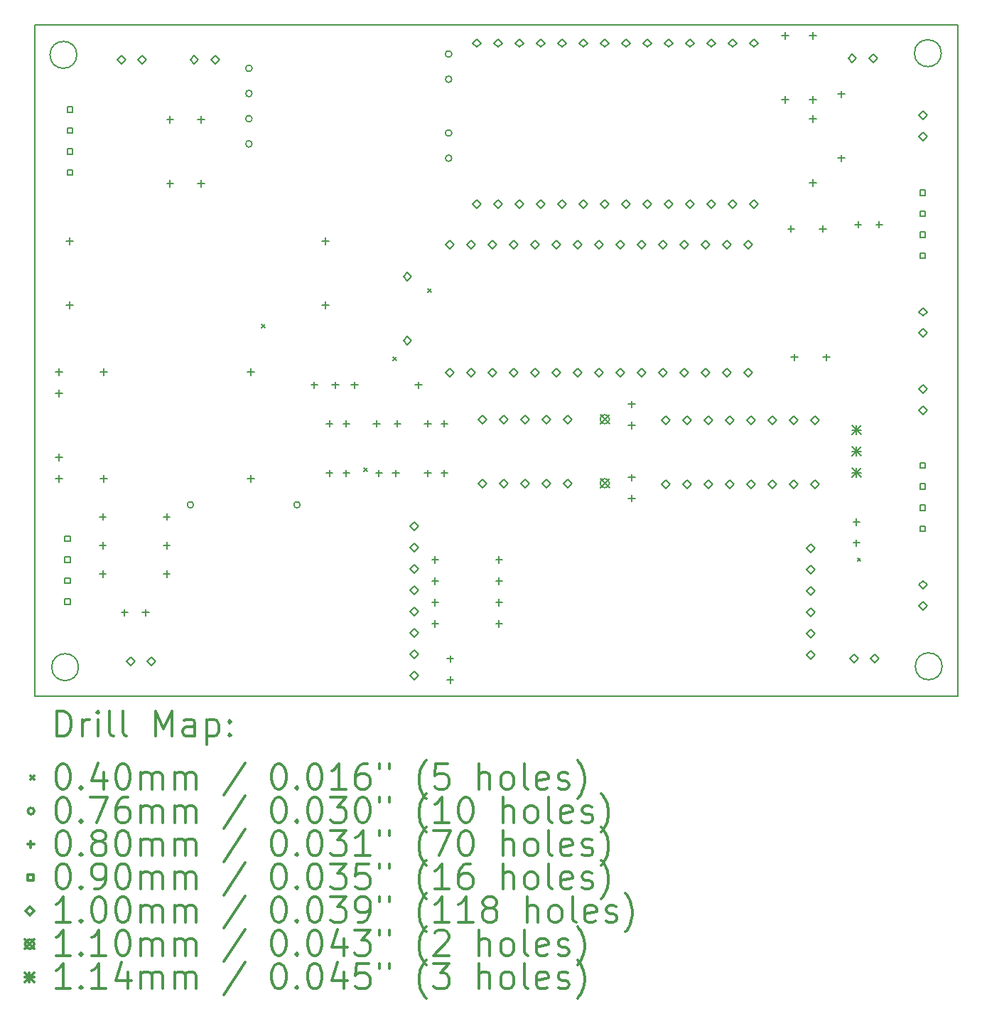
<source format=gbr>
%FSLAX45Y45*%
G04 Gerber Fmt 4.5, Leading zero omitted, Abs format (unit mm)*
G04 Created by KiCad (PCBNEW 4.0.6+dfsg1-1) date Wed Jan 24 17:19:31 2018*
%MOMM*%
%LPD*%
G01*
G04 APERTURE LIST*
%ADD10C,0.127000*%
%ADD11C,0.150000*%
%ADD12C,0.200000*%
%ADD13C,0.300000*%
G04 APERTURE END LIST*
D10*
D11*
X19830000Y-14410000D02*
X8830000Y-14410000D01*
X19830000Y-14410000D02*
X19830000Y-6410000D01*
X8830000Y-6410000D02*
X8830000Y-14410000D01*
X19830000Y-6410000D02*
X8830000Y-6410000D01*
X19640000Y-14050000D02*
G75*
G03X19640000Y-14050000I-160000J0D01*
G01*
X19630000Y-6750000D02*
G75*
G03X19630000Y-6750000I-160000J0D01*
G01*
X9330000Y-6770000D02*
G75*
G03X9330000Y-6770000I-160000J0D01*
G01*
X9350000Y-14060000D02*
G75*
G03X9350000Y-14060000I-160000J0D01*
G01*
D12*
X11533710Y-9978980D02*
X11573710Y-10018980D01*
X11573710Y-9978980D02*
X11533710Y-10018980D01*
X12750960Y-11688320D02*
X12790960Y-11728320D01*
X12790960Y-11688320D02*
X12750960Y-11728320D01*
X13097720Y-10368990D02*
X13137720Y-10408990D01*
X13137720Y-10368990D02*
X13097720Y-10408990D01*
X13511570Y-9553820D02*
X13551570Y-9593820D01*
X13551570Y-9553820D02*
X13511570Y-9593820D01*
X18630380Y-12761250D02*
X18670380Y-12801250D01*
X18670380Y-12761250D02*
X18630380Y-12801250D01*
X10721100Y-12127000D02*
G75*
G03X10721100Y-12127000I-38100J0D01*
G01*
X11418100Y-6930000D02*
G75*
G03X11418100Y-6930000I-38100J0D01*
G01*
X11418100Y-7230000D02*
G75*
G03X11418100Y-7230000I-38100J0D01*
G01*
X11418100Y-7530000D02*
G75*
G03X11418100Y-7530000I-38100J0D01*
G01*
X11418100Y-7830000D02*
G75*
G03X11418100Y-7830000I-38100J0D01*
G01*
X11991100Y-12127000D02*
G75*
G03X11991100Y-12127000I-38100J0D01*
G01*
X13798100Y-6760000D02*
G75*
G03X13798100Y-6760000I-38100J0D01*
G01*
X13798100Y-7060000D02*
G75*
G03X13798100Y-7060000I-38100J0D01*
G01*
X13798100Y-7700000D02*
G75*
G03X13798100Y-7700000I-38100J0D01*
G01*
X13798100Y-8000000D02*
G75*
G03X13798100Y-8000000I-38100J0D01*
G01*
X9117000Y-10505000D02*
X9117000Y-10585000D01*
X9077000Y-10545000D02*
X9157000Y-10545000D01*
X9117000Y-10759000D02*
X9117000Y-10839000D01*
X9077000Y-10799000D02*
X9157000Y-10799000D01*
X9117000Y-11521000D02*
X9117000Y-11601000D01*
X9077000Y-11561000D02*
X9157000Y-11561000D01*
X9117000Y-11775000D02*
X9117000Y-11855000D01*
X9077000Y-11815000D02*
X9157000Y-11815000D01*
X9246000Y-8949000D02*
X9246000Y-9029000D01*
X9206000Y-8989000D02*
X9286000Y-8989000D01*
X9246000Y-9711000D02*
X9246000Y-9791000D01*
X9206000Y-9751000D02*
X9286000Y-9751000D01*
X9638000Y-12230000D02*
X9638000Y-12310000D01*
X9598000Y-12270000D02*
X9678000Y-12270000D01*
X9638000Y-12570000D02*
X9638000Y-12650000D01*
X9598000Y-12610000D02*
X9678000Y-12610000D01*
X9638000Y-12910000D02*
X9638000Y-12990000D01*
X9598000Y-12950000D02*
X9678000Y-12950000D01*
X9650400Y-10505000D02*
X9650400Y-10585000D01*
X9610400Y-10545000D02*
X9690400Y-10545000D01*
X9650400Y-11775000D02*
X9650400Y-11855000D01*
X9610400Y-11815000D02*
X9690400Y-11815000D01*
X9900000Y-13370000D02*
X9900000Y-13450000D01*
X9860000Y-13410000D02*
X9940000Y-13410000D01*
X10150000Y-13370000D02*
X10150000Y-13450000D01*
X10110000Y-13410000D02*
X10190000Y-13410000D01*
X10400000Y-12230000D02*
X10400000Y-12310000D01*
X10360000Y-12270000D02*
X10440000Y-12270000D01*
X10400000Y-12570000D02*
X10400000Y-12650000D01*
X10360000Y-12610000D02*
X10440000Y-12610000D01*
X10400000Y-12910000D02*
X10400000Y-12990000D01*
X10360000Y-12950000D02*
X10440000Y-12950000D01*
X10440000Y-7500000D02*
X10440000Y-7580000D01*
X10400000Y-7540000D02*
X10480000Y-7540000D01*
X10440000Y-8262000D02*
X10440000Y-8342000D01*
X10400000Y-8302000D02*
X10480000Y-8302000D01*
X10810000Y-7500000D02*
X10810000Y-7580000D01*
X10770000Y-7540000D02*
X10850000Y-7540000D01*
X10810000Y-8262000D02*
X10810000Y-8342000D01*
X10770000Y-8302000D02*
X10850000Y-8302000D01*
X11403000Y-10505000D02*
X11403000Y-10585000D01*
X11363000Y-10545000D02*
X11443000Y-10545000D01*
X11403000Y-11775000D02*
X11403000Y-11855000D01*
X11363000Y-11815000D02*
X11443000Y-11815000D01*
X12160000Y-10660000D02*
X12160000Y-10740000D01*
X12120000Y-10700000D02*
X12200000Y-10700000D01*
X12294000Y-8949000D02*
X12294000Y-9029000D01*
X12254000Y-8989000D02*
X12334000Y-8989000D01*
X12294000Y-9711000D02*
X12294000Y-9791000D01*
X12254000Y-9751000D02*
X12334000Y-9751000D01*
X12340000Y-11120000D02*
X12340000Y-11200000D01*
X12300000Y-11160000D02*
X12380000Y-11160000D01*
X12340000Y-11710000D02*
X12340000Y-11790000D01*
X12300000Y-11750000D02*
X12380000Y-11750000D01*
X12410000Y-10660000D02*
X12410000Y-10740000D01*
X12370000Y-10700000D02*
X12450000Y-10700000D01*
X12540000Y-11120000D02*
X12540000Y-11200000D01*
X12500000Y-11160000D02*
X12580000Y-11160000D01*
X12540000Y-11710000D02*
X12540000Y-11790000D01*
X12500000Y-11750000D02*
X12580000Y-11750000D01*
X12640000Y-10660000D02*
X12640000Y-10740000D01*
X12600000Y-10700000D02*
X12680000Y-10700000D01*
X12900000Y-11120000D02*
X12900000Y-11200000D01*
X12860000Y-11160000D02*
X12940000Y-11160000D01*
X12930000Y-11710000D02*
X12930000Y-11790000D01*
X12890000Y-11750000D02*
X12970000Y-11750000D01*
X13130000Y-11710000D02*
X13130000Y-11790000D01*
X13090000Y-11750000D02*
X13170000Y-11750000D01*
X13150000Y-11120000D02*
X13150000Y-11200000D01*
X13110000Y-11160000D02*
X13190000Y-11160000D01*
X13402000Y-10660000D02*
X13402000Y-10740000D01*
X13362000Y-10700000D02*
X13442000Y-10700000D01*
X13510000Y-11120000D02*
X13510000Y-11200000D01*
X13470000Y-11160000D02*
X13550000Y-11160000D01*
X13510000Y-11710000D02*
X13510000Y-11790000D01*
X13470000Y-11750000D02*
X13550000Y-11750000D01*
X13600000Y-12740000D02*
X13600000Y-12820000D01*
X13560000Y-12780000D02*
X13640000Y-12780000D01*
X13600000Y-12994000D02*
X13600000Y-13074000D01*
X13560000Y-13034000D02*
X13640000Y-13034000D01*
X13600000Y-13248000D02*
X13600000Y-13328000D01*
X13560000Y-13288000D02*
X13640000Y-13288000D01*
X13600000Y-13502000D02*
X13600000Y-13582000D01*
X13560000Y-13542000D02*
X13640000Y-13542000D01*
X13710000Y-11120000D02*
X13710000Y-11200000D01*
X13670000Y-11160000D02*
X13750000Y-11160000D01*
X13710000Y-11710000D02*
X13710000Y-11790000D01*
X13670000Y-11750000D02*
X13750000Y-11750000D01*
X13780000Y-13920000D02*
X13780000Y-14000000D01*
X13740000Y-13960000D02*
X13820000Y-13960000D01*
X13780000Y-14170000D02*
X13780000Y-14250000D01*
X13740000Y-14210000D02*
X13820000Y-14210000D01*
X14362000Y-12740000D02*
X14362000Y-12820000D01*
X14322000Y-12780000D02*
X14402000Y-12780000D01*
X14362000Y-12994000D02*
X14362000Y-13074000D01*
X14322000Y-13034000D02*
X14402000Y-13034000D01*
X14362000Y-13248000D02*
X14362000Y-13328000D01*
X14322000Y-13288000D02*
X14402000Y-13288000D01*
X14362000Y-13502000D02*
X14362000Y-13582000D01*
X14322000Y-13542000D02*
X14402000Y-13542000D01*
X15940000Y-10890000D02*
X15940000Y-10970000D01*
X15900000Y-10930000D02*
X15980000Y-10930000D01*
X15940000Y-11140000D02*
X15940000Y-11220000D01*
X15900000Y-11180000D02*
X15980000Y-11180000D01*
X15940000Y-11760000D02*
X15940000Y-11840000D01*
X15900000Y-11800000D02*
X15980000Y-11800000D01*
X15940000Y-12010000D02*
X15940000Y-12090000D01*
X15900000Y-12050000D02*
X15980000Y-12050000D01*
X17770000Y-6500000D02*
X17770000Y-6580000D01*
X17730000Y-6540000D02*
X17810000Y-6540000D01*
X17770000Y-7262000D02*
X17770000Y-7342000D01*
X17730000Y-7302000D02*
X17810000Y-7302000D01*
X17840000Y-8800000D02*
X17840000Y-8880000D01*
X17800000Y-8840000D02*
X17880000Y-8840000D01*
X17880000Y-10330000D02*
X17880000Y-10410000D01*
X17840000Y-10370000D02*
X17920000Y-10370000D01*
X18100000Y-6500000D02*
X18100000Y-6580000D01*
X18060000Y-6540000D02*
X18140000Y-6540000D01*
X18100000Y-7262000D02*
X18100000Y-7342000D01*
X18060000Y-7302000D02*
X18140000Y-7302000D01*
X18100000Y-7490000D02*
X18100000Y-7570000D01*
X18060000Y-7530000D02*
X18140000Y-7530000D01*
X18100000Y-8252000D02*
X18100000Y-8332000D01*
X18060000Y-8292000D02*
X18140000Y-8292000D01*
X18220000Y-8800000D02*
X18220000Y-8880000D01*
X18180000Y-8840000D02*
X18260000Y-8840000D01*
X18260000Y-10330000D02*
X18260000Y-10410000D01*
X18220000Y-10370000D02*
X18300000Y-10370000D01*
X18440000Y-7198000D02*
X18440000Y-7278000D01*
X18400000Y-7238000D02*
X18480000Y-7238000D01*
X18440000Y-7960000D02*
X18440000Y-8040000D01*
X18400000Y-8000000D02*
X18480000Y-8000000D01*
X18620000Y-12290000D02*
X18620000Y-12370000D01*
X18580000Y-12330000D02*
X18660000Y-12330000D01*
X18620000Y-12540000D02*
X18620000Y-12620000D01*
X18580000Y-12580000D02*
X18660000Y-12580000D01*
X18640000Y-8750000D02*
X18640000Y-8830000D01*
X18600000Y-8790000D02*
X18680000Y-8790000D01*
X18890000Y-8750000D02*
X18890000Y-8830000D01*
X18850000Y-8790000D02*
X18930000Y-8790000D01*
X9251820Y-12561820D02*
X9251820Y-12498180D01*
X9188180Y-12498180D01*
X9188180Y-12561820D01*
X9251820Y-12561820D01*
X9251820Y-12811820D02*
X9251820Y-12748180D01*
X9188180Y-12748180D01*
X9188180Y-12811820D01*
X9251820Y-12811820D01*
X9251820Y-13061820D02*
X9251820Y-12998180D01*
X9188180Y-12998180D01*
X9188180Y-13061820D01*
X9251820Y-13061820D01*
X9251820Y-13311820D02*
X9251820Y-13248180D01*
X9188180Y-13248180D01*
X9188180Y-13311820D01*
X9251820Y-13311820D01*
X9281820Y-7451820D02*
X9281820Y-7388180D01*
X9218180Y-7388180D01*
X9218180Y-7451820D01*
X9281820Y-7451820D01*
X9281820Y-7701820D02*
X9281820Y-7638180D01*
X9218180Y-7638180D01*
X9218180Y-7701820D01*
X9281820Y-7701820D01*
X9281820Y-7951820D02*
X9281820Y-7888180D01*
X9218180Y-7888180D01*
X9218180Y-7951820D01*
X9281820Y-7951820D01*
X9281820Y-8201820D02*
X9281820Y-8138180D01*
X9218180Y-8138180D01*
X9218180Y-8201820D01*
X9281820Y-8201820D01*
X19441820Y-8441820D02*
X19441820Y-8378180D01*
X19378180Y-8378180D01*
X19378180Y-8441820D01*
X19441820Y-8441820D01*
X19441820Y-8691820D02*
X19441820Y-8628180D01*
X19378180Y-8628180D01*
X19378180Y-8691820D01*
X19441820Y-8691820D01*
X19441820Y-8941820D02*
X19441820Y-8878180D01*
X19378180Y-8878180D01*
X19378180Y-8941820D01*
X19441820Y-8941820D01*
X19441820Y-9191820D02*
X19441820Y-9128180D01*
X19378180Y-9128180D01*
X19378180Y-9191820D01*
X19441820Y-9191820D01*
X19441820Y-11691820D02*
X19441820Y-11628180D01*
X19378180Y-11628180D01*
X19378180Y-11691820D01*
X19441820Y-11691820D01*
X19441820Y-11941820D02*
X19441820Y-11878180D01*
X19378180Y-11878180D01*
X19378180Y-11941820D01*
X19441820Y-11941820D01*
X19441820Y-12191820D02*
X19441820Y-12128180D01*
X19378180Y-12128180D01*
X19378180Y-12191820D01*
X19441820Y-12191820D01*
X19441820Y-12441820D02*
X19441820Y-12378180D01*
X19378180Y-12378180D01*
X19378180Y-12441820D01*
X19441820Y-12441820D01*
X9860000Y-6880000D02*
X9910000Y-6830000D01*
X9860000Y-6780000D01*
X9810000Y-6830000D01*
X9860000Y-6880000D01*
X9970000Y-14040000D02*
X10020000Y-13990000D01*
X9970000Y-13940000D01*
X9920000Y-13990000D01*
X9970000Y-14040000D01*
X10110000Y-6880000D02*
X10160000Y-6830000D01*
X10110000Y-6780000D01*
X10060000Y-6830000D01*
X10110000Y-6880000D01*
X10220000Y-14040000D02*
X10270000Y-13990000D01*
X10220000Y-13940000D01*
X10170000Y-13990000D01*
X10220000Y-14040000D01*
X10730000Y-6880000D02*
X10780000Y-6830000D01*
X10730000Y-6780000D01*
X10680000Y-6830000D01*
X10730000Y-6880000D01*
X10980000Y-6880000D02*
X11030000Y-6830000D01*
X10980000Y-6780000D01*
X10930000Y-6830000D01*
X10980000Y-6880000D01*
X13270000Y-9460000D02*
X13320000Y-9410000D01*
X13270000Y-9360000D01*
X13220000Y-9410000D01*
X13270000Y-9460000D01*
X13270000Y-10220000D02*
X13320000Y-10170000D01*
X13270000Y-10120000D01*
X13220000Y-10170000D01*
X13270000Y-10220000D01*
X13350000Y-12431000D02*
X13400000Y-12381000D01*
X13350000Y-12331000D01*
X13300000Y-12381000D01*
X13350000Y-12431000D01*
X13350000Y-12685000D02*
X13400000Y-12635000D01*
X13350000Y-12585000D01*
X13300000Y-12635000D01*
X13350000Y-12685000D01*
X13350000Y-12939000D02*
X13400000Y-12889000D01*
X13350000Y-12839000D01*
X13300000Y-12889000D01*
X13350000Y-12939000D01*
X13350000Y-13193000D02*
X13400000Y-13143000D01*
X13350000Y-13093000D01*
X13300000Y-13143000D01*
X13350000Y-13193000D01*
X13350000Y-13447000D02*
X13400000Y-13397000D01*
X13350000Y-13347000D01*
X13300000Y-13397000D01*
X13350000Y-13447000D01*
X13350000Y-13701000D02*
X13400000Y-13651000D01*
X13350000Y-13601000D01*
X13300000Y-13651000D01*
X13350000Y-13701000D01*
X13350000Y-13955000D02*
X13400000Y-13905000D01*
X13350000Y-13855000D01*
X13300000Y-13905000D01*
X13350000Y-13955000D01*
X13350000Y-14209000D02*
X13400000Y-14159000D01*
X13350000Y-14109000D01*
X13300000Y-14159000D01*
X13350000Y-14209000D01*
X13772000Y-9078000D02*
X13822000Y-9028000D01*
X13772000Y-8978000D01*
X13722000Y-9028000D01*
X13772000Y-9078000D01*
X13772000Y-10602000D02*
X13822000Y-10552000D01*
X13772000Y-10502000D01*
X13722000Y-10552000D01*
X13772000Y-10602000D01*
X14026000Y-9078000D02*
X14076000Y-9028000D01*
X14026000Y-8978000D01*
X13976000Y-9028000D01*
X14026000Y-9078000D01*
X14026000Y-10602000D02*
X14076000Y-10552000D01*
X14026000Y-10502000D01*
X13976000Y-10552000D01*
X14026000Y-10602000D01*
X14099000Y-6679850D02*
X14149000Y-6629850D01*
X14099000Y-6579850D01*
X14049000Y-6629850D01*
X14099000Y-6679850D01*
X14099000Y-8600150D02*
X14149000Y-8550150D01*
X14099000Y-8500150D01*
X14049000Y-8550150D01*
X14099000Y-8600150D01*
X14162000Y-11159000D02*
X14212000Y-11109000D01*
X14162000Y-11059000D01*
X14112000Y-11109000D01*
X14162000Y-11159000D01*
X14162000Y-11921000D02*
X14212000Y-11871000D01*
X14162000Y-11821000D01*
X14112000Y-11871000D01*
X14162000Y-11921000D01*
X14280000Y-9078000D02*
X14330000Y-9028000D01*
X14280000Y-8978000D01*
X14230000Y-9028000D01*
X14280000Y-9078000D01*
X14280000Y-10602000D02*
X14330000Y-10552000D01*
X14280000Y-10502000D01*
X14230000Y-10552000D01*
X14280000Y-10602000D01*
X14353000Y-6679850D02*
X14403000Y-6629850D01*
X14353000Y-6579850D01*
X14303000Y-6629850D01*
X14353000Y-6679850D01*
X14353000Y-8600150D02*
X14403000Y-8550150D01*
X14353000Y-8500150D01*
X14303000Y-8550150D01*
X14353000Y-8600150D01*
X14416000Y-11159000D02*
X14466000Y-11109000D01*
X14416000Y-11059000D01*
X14366000Y-11109000D01*
X14416000Y-11159000D01*
X14416000Y-11921000D02*
X14466000Y-11871000D01*
X14416000Y-11821000D01*
X14366000Y-11871000D01*
X14416000Y-11921000D01*
X14534000Y-9078000D02*
X14584000Y-9028000D01*
X14534000Y-8978000D01*
X14484000Y-9028000D01*
X14534000Y-9078000D01*
X14534000Y-10602000D02*
X14584000Y-10552000D01*
X14534000Y-10502000D01*
X14484000Y-10552000D01*
X14534000Y-10602000D01*
X14607000Y-6679850D02*
X14657000Y-6629850D01*
X14607000Y-6579850D01*
X14557000Y-6629850D01*
X14607000Y-6679850D01*
X14607000Y-8600150D02*
X14657000Y-8550150D01*
X14607000Y-8500150D01*
X14557000Y-8550150D01*
X14607000Y-8600150D01*
X14670000Y-11159000D02*
X14720000Y-11109000D01*
X14670000Y-11059000D01*
X14620000Y-11109000D01*
X14670000Y-11159000D01*
X14670000Y-11921000D02*
X14720000Y-11871000D01*
X14670000Y-11821000D01*
X14620000Y-11871000D01*
X14670000Y-11921000D01*
X14788000Y-9078000D02*
X14838000Y-9028000D01*
X14788000Y-8978000D01*
X14738000Y-9028000D01*
X14788000Y-9078000D01*
X14788000Y-10602000D02*
X14838000Y-10552000D01*
X14788000Y-10502000D01*
X14738000Y-10552000D01*
X14788000Y-10602000D01*
X14861000Y-6679850D02*
X14911000Y-6629850D01*
X14861000Y-6579850D01*
X14811000Y-6629850D01*
X14861000Y-6679850D01*
X14861000Y-8600150D02*
X14911000Y-8550150D01*
X14861000Y-8500150D01*
X14811000Y-8550150D01*
X14861000Y-8600150D01*
X14924000Y-11159000D02*
X14974000Y-11109000D01*
X14924000Y-11059000D01*
X14874000Y-11109000D01*
X14924000Y-11159000D01*
X14924000Y-11921000D02*
X14974000Y-11871000D01*
X14924000Y-11821000D01*
X14874000Y-11871000D01*
X14924000Y-11921000D01*
X15042000Y-9078000D02*
X15092000Y-9028000D01*
X15042000Y-8978000D01*
X14992000Y-9028000D01*
X15042000Y-9078000D01*
X15042000Y-10602000D02*
X15092000Y-10552000D01*
X15042000Y-10502000D01*
X14992000Y-10552000D01*
X15042000Y-10602000D01*
X15115000Y-6679850D02*
X15165000Y-6629850D01*
X15115000Y-6579850D01*
X15065000Y-6629850D01*
X15115000Y-6679850D01*
X15115000Y-8600150D02*
X15165000Y-8550150D01*
X15115000Y-8500150D01*
X15065000Y-8550150D01*
X15115000Y-8600150D01*
X15178000Y-11159000D02*
X15228000Y-11109000D01*
X15178000Y-11059000D01*
X15128000Y-11109000D01*
X15178000Y-11159000D01*
X15178000Y-11921000D02*
X15228000Y-11871000D01*
X15178000Y-11821000D01*
X15128000Y-11871000D01*
X15178000Y-11921000D01*
X15296000Y-9078000D02*
X15346000Y-9028000D01*
X15296000Y-8978000D01*
X15246000Y-9028000D01*
X15296000Y-9078000D01*
X15296000Y-10602000D02*
X15346000Y-10552000D01*
X15296000Y-10502000D01*
X15246000Y-10552000D01*
X15296000Y-10602000D01*
X15369000Y-6679850D02*
X15419000Y-6629850D01*
X15369000Y-6579850D01*
X15319000Y-6629850D01*
X15369000Y-6679850D01*
X15369000Y-8600150D02*
X15419000Y-8550150D01*
X15369000Y-8500150D01*
X15319000Y-8550150D01*
X15369000Y-8600150D01*
X15550000Y-9078000D02*
X15600000Y-9028000D01*
X15550000Y-8978000D01*
X15500000Y-9028000D01*
X15550000Y-9078000D01*
X15550000Y-10602000D02*
X15600000Y-10552000D01*
X15550000Y-10502000D01*
X15500000Y-10552000D01*
X15550000Y-10602000D01*
X15623000Y-6679850D02*
X15673000Y-6629850D01*
X15623000Y-6579850D01*
X15573000Y-6629850D01*
X15623000Y-6679850D01*
X15623000Y-8600150D02*
X15673000Y-8550150D01*
X15623000Y-8500150D01*
X15573000Y-8550150D01*
X15623000Y-8600150D01*
X15804000Y-9078000D02*
X15854000Y-9028000D01*
X15804000Y-8978000D01*
X15754000Y-9028000D01*
X15804000Y-9078000D01*
X15804000Y-10602000D02*
X15854000Y-10552000D01*
X15804000Y-10502000D01*
X15754000Y-10552000D01*
X15804000Y-10602000D01*
X15877000Y-6679850D02*
X15927000Y-6629850D01*
X15877000Y-6579850D01*
X15827000Y-6629850D01*
X15877000Y-6679850D01*
X15877000Y-8600150D02*
X15927000Y-8550150D01*
X15877000Y-8500150D01*
X15827000Y-8550150D01*
X15877000Y-8600150D01*
X16058000Y-9078000D02*
X16108000Y-9028000D01*
X16058000Y-8978000D01*
X16008000Y-9028000D01*
X16058000Y-9078000D01*
X16058000Y-10602000D02*
X16108000Y-10552000D01*
X16058000Y-10502000D01*
X16008000Y-10552000D01*
X16058000Y-10602000D01*
X16131000Y-6679850D02*
X16181000Y-6629850D01*
X16131000Y-6579850D01*
X16081000Y-6629850D01*
X16131000Y-6679850D01*
X16131000Y-8600150D02*
X16181000Y-8550150D01*
X16131000Y-8500150D01*
X16081000Y-8550150D01*
X16131000Y-8600150D01*
X16312000Y-9078000D02*
X16362000Y-9028000D01*
X16312000Y-8978000D01*
X16262000Y-9028000D01*
X16312000Y-9078000D01*
X16312000Y-10602000D02*
X16362000Y-10552000D01*
X16312000Y-10502000D01*
X16262000Y-10552000D01*
X16312000Y-10602000D01*
X16351000Y-11169000D02*
X16401000Y-11119000D01*
X16351000Y-11069000D01*
X16301000Y-11119000D01*
X16351000Y-11169000D01*
X16351000Y-11931000D02*
X16401000Y-11881000D01*
X16351000Y-11831000D01*
X16301000Y-11881000D01*
X16351000Y-11931000D01*
X16385000Y-6679850D02*
X16435000Y-6629850D01*
X16385000Y-6579850D01*
X16335000Y-6629850D01*
X16385000Y-6679850D01*
X16385000Y-8600150D02*
X16435000Y-8550150D01*
X16385000Y-8500150D01*
X16335000Y-8550150D01*
X16385000Y-8600150D01*
X16566000Y-9078000D02*
X16616000Y-9028000D01*
X16566000Y-8978000D01*
X16516000Y-9028000D01*
X16566000Y-9078000D01*
X16566000Y-10602000D02*
X16616000Y-10552000D01*
X16566000Y-10502000D01*
X16516000Y-10552000D01*
X16566000Y-10602000D01*
X16605000Y-11169000D02*
X16655000Y-11119000D01*
X16605000Y-11069000D01*
X16555000Y-11119000D01*
X16605000Y-11169000D01*
X16605000Y-11931000D02*
X16655000Y-11881000D01*
X16605000Y-11831000D01*
X16555000Y-11881000D01*
X16605000Y-11931000D01*
X16639000Y-6679850D02*
X16689000Y-6629850D01*
X16639000Y-6579850D01*
X16589000Y-6629850D01*
X16639000Y-6679850D01*
X16639000Y-8600150D02*
X16689000Y-8550150D01*
X16639000Y-8500150D01*
X16589000Y-8550150D01*
X16639000Y-8600150D01*
X16820000Y-9078000D02*
X16870000Y-9028000D01*
X16820000Y-8978000D01*
X16770000Y-9028000D01*
X16820000Y-9078000D01*
X16820000Y-10602000D02*
X16870000Y-10552000D01*
X16820000Y-10502000D01*
X16770000Y-10552000D01*
X16820000Y-10602000D01*
X16859000Y-11169000D02*
X16909000Y-11119000D01*
X16859000Y-11069000D01*
X16809000Y-11119000D01*
X16859000Y-11169000D01*
X16859000Y-11931000D02*
X16909000Y-11881000D01*
X16859000Y-11831000D01*
X16809000Y-11881000D01*
X16859000Y-11931000D01*
X16893000Y-6679850D02*
X16943000Y-6629850D01*
X16893000Y-6579850D01*
X16843000Y-6629850D01*
X16893000Y-6679850D01*
X16893000Y-8600150D02*
X16943000Y-8550150D01*
X16893000Y-8500150D01*
X16843000Y-8550150D01*
X16893000Y-8600150D01*
X17074000Y-9078000D02*
X17124000Y-9028000D01*
X17074000Y-8978000D01*
X17024000Y-9028000D01*
X17074000Y-9078000D01*
X17074000Y-10602000D02*
X17124000Y-10552000D01*
X17074000Y-10502000D01*
X17024000Y-10552000D01*
X17074000Y-10602000D01*
X17113000Y-11169000D02*
X17163000Y-11119000D01*
X17113000Y-11069000D01*
X17063000Y-11119000D01*
X17113000Y-11169000D01*
X17113000Y-11931000D02*
X17163000Y-11881000D01*
X17113000Y-11831000D01*
X17063000Y-11881000D01*
X17113000Y-11931000D01*
X17147000Y-6679850D02*
X17197000Y-6629850D01*
X17147000Y-6579850D01*
X17097000Y-6629850D01*
X17147000Y-6679850D01*
X17147000Y-8600150D02*
X17197000Y-8550150D01*
X17147000Y-8500150D01*
X17097000Y-8550150D01*
X17147000Y-8600150D01*
X17328000Y-9078000D02*
X17378000Y-9028000D01*
X17328000Y-8978000D01*
X17278000Y-9028000D01*
X17328000Y-9078000D01*
X17328000Y-10602000D02*
X17378000Y-10552000D01*
X17328000Y-10502000D01*
X17278000Y-10552000D01*
X17328000Y-10602000D01*
X17367000Y-11169000D02*
X17417000Y-11119000D01*
X17367000Y-11069000D01*
X17317000Y-11119000D01*
X17367000Y-11169000D01*
X17367000Y-11931000D02*
X17417000Y-11881000D01*
X17367000Y-11831000D01*
X17317000Y-11881000D01*
X17367000Y-11931000D01*
X17401000Y-6679850D02*
X17451000Y-6629850D01*
X17401000Y-6579850D01*
X17351000Y-6629850D01*
X17401000Y-6679850D01*
X17401000Y-8600150D02*
X17451000Y-8550150D01*
X17401000Y-8500150D01*
X17351000Y-8550150D01*
X17401000Y-8600150D01*
X17621000Y-11169000D02*
X17671000Y-11119000D01*
X17621000Y-11069000D01*
X17571000Y-11119000D01*
X17621000Y-11169000D01*
X17621000Y-11931000D02*
X17671000Y-11881000D01*
X17621000Y-11831000D01*
X17571000Y-11881000D01*
X17621000Y-11931000D01*
X17875000Y-11169000D02*
X17925000Y-11119000D01*
X17875000Y-11069000D01*
X17825000Y-11119000D01*
X17875000Y-11169000D01*
X17875000Y-11931000D02*
X17925000Y-11881000D01*
X17875000Y-11831000D01*
X17825000Y-11881000D01*
X17875000Y-11931000D01*
X18073400Y-12695000D02*
X18123400Y-12645000D01*
X18073400Y-12595000D01*
X18023400Y-12645000D01*
X18073400Y-12695000D01*
X18073400Y-12949000D02*
X18123400Y-12899000D01*
X18073400Y-12849000D01*
X18023400Y-12899000D01*
X18073400Y-12949000D01*
X18073400Y-13203000D02*
X18123400Y-13153000D01*
X18073400Y-13103000D01*
X18023400Y-13153000D01*
X18073400Y-13203000D01*
X18073400Y-13457000D02*
X18123400Y-13407000D01*
X18073400Y-13357000D01*
X18023400Y-13407000D01*
X18073400Y-13457000D01*
X18073400Y-13711000D02*
X18123400Y-13661000D01*
X18073400Y-13611000D01*
X18023400Y-13661000D01*
X18073400Y-13711000D01*
X18073400Y-13965000D02*
X18123400Y-13915000D01*
X18073400Y-13865000D01*
X18023400Y-13915000D01*
X18073400Y-13965000D01*
X18129000Y-11169000D02*
X18179000Y-11119000D01*
X18129000Y-11069000D01*
X18079000Y-11119000D01*
X18129000Y-11169000D01*
X18129000Y-11931000D02*
X18179000Y-11881000D01*
X18129000Y-11831000D01*
X18079000Y-11881000D01*
X18129000Y-11931000D01*
X18570000Y-6860000D02*
X18620000Y-6810000D01*
X18570000Y-6760000D01*
X18520000Y-6810000D01*
X18570000Y-6860000D01*
X18590000Y-14010000D02*
X18640000Y-13960000D01*
X18590000Y-13910000D01*
X18540000Y-13960000D01*
X18590000Y-14010000D01*
X18820000Y-6860000D02*
X18870000Y-6810000D01*
X18820000Y-6760000D01*
X18770000Y-6810000D01*
X18820000Y-6860000D01*
X18840000Y-14010000D02*
X18890000Y-13960000D01*
X18840000Y-13910000D01*
X18790000Y-13960000D01*
X18840000Y-14010000D01*
X19410000Y-7540000D02*
X19460000Y-7490000D01*
X19410000Y-7440000D01*
X19360000Y-7490000D01*
X19410000Y-7540000D01*
X19410000Y-7790000D02*
X19460000Y-7740000D01*
X19410000Y-7690000D01*
X19360000Y-7740000D01*
X19410000Y-7790000D01*
X19410000Y-9880000D02*
X19460000Y-9830000D01*
X19410000Y-9780000D01*
X19360000Y-9830000D01*
X19410000Y-9880000D01*
X19410000Y-10130000D02*
X19460000Y-10080000D01*
X19410000Y-10030000D01*
X19360000Y-10080000D01*
X19410000Y-10130000D01*
X19410000Y-10800000D02*
X19460000Y-10750000D01*
X19410000Y-10700000D01*
X19360000Y-10750000D01*
X19410000Y-10800000D01*
X19410000Y-11050000D02*
X19460000Y-11000000D01*
X19410000Y-10950000D01*
X19360000Y-11000000D01*
X19410000Y-11050000D01*
X19410000Y-13130000D02*
X19460000Y-13080000D01*
X19410000Y-13030000D01*
X19360000Y-13080000D01*
X19410000Y-13130000D01*
X19410000Y-13380000D02*
X19460000Y-13330000D01*
X19410000Y-13280000D01*
X19360000Y-13330000D01*
X19410000Y-13380000D01*
X15565000Y-11053000D02*
X15675000Y-11163000D01*
X15675000Y-11053000D02*
X15565000Y-11163000D01*
X15675000Y-11108000D02*
G75*
G03X15675000Y-11108000I-55000J0D01*
G01*
X15565000Y-11815000D02*
X15675000Y-11925000D01*
X15675000Y-11815000D02*
X15565000Y-11925000D01*
X15675000Y-11870000D02*
G75*
G03X15675000Y-11870000I-55000J0D01*
G01*
X18562850Y-11178850D02*
X18677150Y-11293150D01*
X18677150Y-11178850D02*
X18562850Y-11293150D01*
X18620000Y-11178850D02*
X18620000Y-11293150D01*
X18562850Y-11236000D02*
X18677150Y-11236000D01*
X18562850Y-11432850D02*
X18677150Y-11547150D01*
X18677150Y-11432850D02*
X18562850Y-11547150D01*
X18620000Y-11432850D02*
X18620000Y-11547150D01*
X18562850Y-11490000D02*
X18677150Y-11490000D01*
X18562850Y-11686850D02*
X18677150Y-11801150D01*
X18677150Y-11686850D02*
X18562850Y-11801150D01*
X18620000Y-11686850D02*
X18620000Y-11801150D01*
X18562850Y-11744000D02*
X18677150Y-11744000D01*
D13*
X9093929Y-14883214D02*
X9093929Y-14583214D01*
X9165357Y-14583214D01*
X9208214Y-14597500D01*
X9236786Y-14626071D01*
X9251071Y-14654643D01*
X9265357Y-14711786D01*
X9265357Y-14754643D01*
X9251071Y-14811786D01*
X9236786Y-14840357D01*
X9208214Y-14868929D01*
X9165357Y-14883214D01*
X9093929Y-14883214D01*
X9393929Y-14883214D02*
X9393929Y-14683214D01*
X9393929Y-14740357D02*
X9408214Y-14711786D01*
X9422500Y-14697500D01*
X9451071Y-14683214D01*
X9479643Y-14683214D01*
X9579643Y-14883214D02*
X9579643Y-14683214D01*
X9579643Y-14583214D02*
X9565357Y-14597500D01*
X9579643Y-14611786D01*
X9593929Y-14597500D01*
X9579643Y-14583214D01*
X9579643Y-14611786D01*
X9765357Y-14883214D02*
X9736786Y-14868929D01*
X9722500Y-14840357D01*
X9722500Y-14583214D01*
X9922500Y-14883214D02*
X9893929Y-14868929D01*
X9879643Y-14840357D01*
X9879643Y-14583214D01*
X10265357Y-14883214D02*
X10265357Y-14583214D01*
X10365357Y-14797500D01*
X10465357Y-14583214D01*
X10465357Y-14883214D01*
X10736786Y-14883214D02*
X10736786Y-14726071D01*
X10722500Y-14697500D01*
X10693929Y-14683214D01*
X10636786Y-14683214D01*
X10608214Y-14697500D01*
X10736786Y-14868929D02*
X10708214Y-14883214D01*
X10636786Y-14883214D01*
X10608214Y-14868929D01*
X10593929Y-14840357D01*
X10593929Y-14811786D01*
X10608214Y-14783214D01*
X10636786Y-14768929D01*
X10708214Y-14768929D01*
X10736786Y-14754643D01*
X10879643Y-14683214D02*
X10879643Y-14983214D01*
X10879643Y-14697500D02*
X10908214Y-14683214D01*
X10965357Y-14683214D01*
X10993929Y-14697500D01*
X11008214Y-14711786D01*
X11022500Y-14740357D01*
X11022500Y-14826071D01*
X11008214Y-14854643D01*
X10993929Y-14868929D01*
X10965357Y-14883214D01*
X10908214Y-14883214D01*
X10879643Y-14868929D01*
X11151071Y-14854643D02*
X11165357Y-14868929D01*
X11151071Y-14883214D01*
X11136786Y-14868929D01*
X11151071Y-14854643D01*
X11151071Y-14883214D01*
X11151071Y-14697500D02*
X11165357Y-14711786D01*
X11151071Y-14726071D01*
X11136786Y-14711786D01*
X11151071Y-14697500D01*
X11151071Y-14726071D01*
X8782500Y-15357500D02*
X8822500Y-15397500D01*
X8822500Y-15357500D02*
X8782500Y-15397500D01*
X9151071Y-15213214D02*
X9179643Y-15213214D01*
X9208214Y-15227500D01*
X9222500Y-15241786D01*
X9236786Y-15270357D01*
X9251071Y-15327500D01*
X9251071Y-15398929D01*
X9236786Y-15456071D01*
X9222500Y-15484643D01*
X9208214Y-15498929D01*
X9179643Y-15513214D01*
X9151071Y-15513214D01*
X9122500Y-15498929D01*
X9108214Y-15484643D01*
X9093929Y-15456071D01*
X9079643Y-15398929D01*
X9079643Y-15327500D01*
X9093929Y-15270357D01*
X9108214Y-15241786D01*
X9122500Y-15227500D01*
X9151071Y-15213214D01*
X9379643Y-15484643D02*
X9393929Y-15498929D01*
X9379643Y-15513214D01*
X9365357Y-15498929D01*
X9379643Y-15484643D01*
X9379643Y-15513214D01*
X9651071Y-15313214D02*
X9651071Y-15513214D01*
X9579643Y-15198929D02*
X9508214Y-15413214D01*
X9693928Y-15413214D01*
X9865357Y-15213214D02*
X9893929Y-15213214D01*
X9922500Y-15227500D01*
X9936786Y-15241786D01*
X9951071Y-15270357D01*
X9965357Y-15327500D01*
X9965357Y-15398929D01*
X9951071Y-15456071D01*
X9936786Y-15484643D01*
X9922500Y-15498929D01*
X9893929Y-15513214D01*
X9865357Y-15513214D01*
X9836786Y-15498929D01*
X9822500Y-15484643D01*
X9808214Y-15456071D01*
X9793929Y-15398929D01*
X9793929Y-15327500D01*
X9808214Y-15270357D01*
X9822500Y-15241786D01*
X9836786Y-15227500D01*
X9865357Y-15213214D01*
X10093929Y-15513214D02*
X10093929Y-15313214D01*
X10093929Y-15341786D02*
X10108214Y-15327500D01*
X10136786Y-15313214D01*
X10179643Y-15313214D01*
X10208214Y-15327500D01*
X10222500Y-15356071D01*
X10222500Y-15513214D01*
X10222500Y-15356071D02*
X10236786Y-15327500D01*
X10265357Y-15313214D01*
X10308214Y-15313214D01*
X10336786Y-15327500D01*
X10351071Y-15356071D01*
X10351071Y-15513214D01*
X10493929Y-15513214D02*
X10493929Y-15313214D01*
X10493929Y-15341786D02*
X10508214Y-15327500D01*
X10536786Y-15313214D01*
X10579643Y-15313214D01*
X10608214Y-15327500D01*
X10622500Y-15356071D01*
X10622500Y-15513214D01*
X10622500Y-15356071D02*
X10636786Y-15327500D01*
X10665357Y-15313214D01*
X10708214Y-15313214D01*
X10736786Y-15327500D01*
X10751071Y-15356071D01*
X10751071Y-15513214D01*
X11336786Y-15198929D02*
X11079643Y-15584643D01*
X11722500Y-15213214D02*
X11751071Y-15213214D01*
X11779643Y-15227500D01*
X11793928Y-15241786D01*
X11808214Y-15270357D01*
X11822500Y-15327500D01*
X11822500Y-15398929D01*
X11808214Y-15456071D01*
X11793928Y-15484643D01*
X11779643Y-15498929D01*
X11751071Y-15513214D01*
X11722500Y-15513214D01*
X11693928Y-15498929D01*
X11679643Y-15484643D01*
X11665357Y-15456071D01*
X11651071Y-15398929D01*
X11651071Y-15327500D01*
X11665357Y-15270357D01*
X11679643Y-15241786D01*
X11693928Y-15227500D01*
X11722500Y-15213214D01*
X11951071Y-15484643D02*
X11965357Y-15498929D01*
X11951071Y-15513214D01*
X11936786Y-15498929D01*
X11951071Y-15484643D01*
X11951071Y-15513214D01*
X12151071Y-15213214D02*
X12179643Y-15213214D01*
X12208214Y-15227500D01*
X12222500Y-15241786D01*
X12236785Y-15270357D01*
X12251071Y-15327500D01*
X12251071Y-15398929D01*
X12236785Y-15456071D01*
X12222500Y-15484643D01*
X12208214Y-15498929D01*
X12179643Y-15513214D01*
X12151071Y-15513214D01*
X12122500Y-15498929D01*
X12108214Y-15484643D01*
X12093928Y-15456071D01*
X12079643Y-15398929D01*
X12079643Y-15327500D01*
X12093928Y-15270357D01*
X12108214Y-15241786D01*
X12122500Y-15227500D01*
X12151071Y-15213214D01*
X12536785Y-15513214D02*
X12365357Y-15513214D01*
X12451071Y-15513214D02*
X12451071Y-15213214D01*
X12422500Y-15256071D01*
X12393928Y-15284643D01*
X12365357Y-15298929D01*
X12793928Y-15213214D02*
X12736785Y-15213214D01*
X12708214Y-15227500D01*
X12693928Y-15241786D01*
X12665357Y-15284643D01*
X12651071Y-15341786D01*
X12651071Y-15456071D01*
X12665357Y-15484643D01*
X12679643Y-15498929D01*
X12708214Y-15513214D01*
X12765357Y-15513214D01*
X12793928Y-15498929D01*
X12808214Y-15484643D01*
X12822500Y-15456071D01*
X12822500Y-15384643D01*
X12808214Y-15356071D01*
X12793928Y-15341786D01*
X12765357Y-15327500D01*
X12708214Y-15327500D01*
X12679643Y-15341786D01*
X12665357Y-15356071D01*
X12651071Y-15384643D01*
X12936786Y-15213214D02*
X12936786Y-15270357D01*
X13051071Y-15213214D02*
X13051071Y-15270357D01*
X13493928Y-15627500D02*
X13479643Y-15613214D01*
X13451071Y-15570357D01*
X13436785Y-15541786D01*
X13422500Y-15498929D01*
X13408214Y-15427500D01*
X13408214Y-15370357D01*
X13422500Y-15298929D01*
X13436785Y-15256071D01*
X13451071Y-15227500D01*
X13479643Y-15184643D01*
X13493928Y-15170357D01*
X13751071Y-15213214D02*
X13608214Y-15213214D01*
X13593928Y-15356071D01*
X13608214Y-15341786D01*
X13636785Y-15327500D01*
X13708214Y-15327500D01*
X13736785Y-15341786D01*
X13751071Y-15356071D01*
X13765357Y-15384643D01*
X13765357Y-15456071D01*
X13751071Y-15484643D01*
X13736785Y-15498929D01*
X13708214Y-15513214D01*
X13636785Y-15513214D01*
X13608214Y-15498929D01*
X13593928Y-15484643D01*
X14122500Y-15513214D02*
X14122500Y-15213214D01*
X14251071Y-15513214D02*
X14251071Y-15356071D01*
X14236785Y-15327500D01*
X14208214Y-15313214D01*
X14165357Y-15313214D01*
X14136785Y-15327500D01*
X14122500Y-15341786D01*
X14436785Y-15513214D02*
X14408214Y-15498929D01*
X14393928Y-15484643D01*
X14379643Y-15456071D01*
X14379643Y-15370357D01*
X14393928Y-15341786D01*
X14408214Y-15327500D01*
X14436785Y-15313214D01*
X14479643Y-15313214D01*
X14508214Y-15327500D01*
X14522500Y-15341786D01*
X14536785Y-15370357D01*
X14536785Y-15456071D01*
X14522500Y-15484643D01*
X14508214Y-15498929D01*
X14479643Y-15513214D01*
X14436785Y-15513214D01*
X14708214Y-15513214D02*
X14679643Y-15498929D01*
X14665357Y-15470357D01*
X14665357Y-15213214D01*
X14936786Y-15498929D02*
X14908214Y-15513214D01*
X14851071Y-15513214D01*
X14822500Y-15498929D01*
X14808214Y-15470357D01*
X14808214Y-15356071D01*
X14822500Y-15327500D01*
X14851071Y-15313214D01*
X14908214Y-15313214D01*
X14936786Y-15327500D01*
X14951071Y-15356071D01*
X14951071Y-15384643D01*
X14808214Y-15413214D01*
X15065357Y-15498929D02*
X15093928Y-15513214D01*
X15151071Y-15513214D01*
X15179643Y-15498929D01*
X15193928Y-15470357D01*
X15193928Y-15456071D01*
X15179643Y-15427500D01*
X15151071Y-15413214D01*
X15108214Y-15413214D01*
X15079643Y-15398929D01*
X15065357Y-15370357D01*
X15065357Y-15356071D01*
X15079643Y-15327500D01*
X15108214Y-15313214D01*
X15151071Y-15313214D01*
X15179643Y-15327500D01*
X15293928Y-15627500D02*
X15308214Y-15613214D01*
X15336786Y-15570357D01*
X15351071Y-15541786D01*
X15365357Y-15498929D01*
X15379643Y-15427500D01*
X15379643Y-15370357D01*
X15365357Y-15298929D01*
X15351071Y-15256071D01*
X15336786Y-15227500D01*
X15308214Y-15184643D01*
X15293928Y-15170357D01*
X8822500Y-15773500D02*
G75*
G03X8822500Y-15773500I-38100J0D01*
G01*
X9151071Y-15609214D02*
X9179643Y-15609214D01*
X9208214Y-15623500D01*
X9222500Y-15637786D01*
X9236786Y-15666357D01*
X9251071Y-15723500D01*
X9251071Y-15794929D01*
X9236786Y-15852071D01*
X9222500Y-15880643D01*
X9208214Y-15894929D01*
X9179643Y-15909214D01*
X9151071Y-15909214D01*
X9122500Y-15894929D01*
X9108214Y-15880643D01*
X9093929Y-15852071D01*
X9079643Y-15794929D01*
X9079643Y-15723500D01*
X9093929Y-15666357D01*
X9108214Y-15637786D01*
X9122500Y-15623500D01*
X9151071Y-15609214D01*
X9379643Y-15880643D02*
X9393929Y-15894929D01*
X9379643Y-15909214D01*
X9365357Y-15894929D01*
X9379643Y-15880643D01*
X9379643Y-15909214D01*
X9493928Y-15609214D02*
X9693928Y-15609214D01*
X9565357Y-15909214D01*
X9936786Y-15609214D02*
X9879643Y-15609214D01*
X9851071Y-15623500D01*
X9836786Y-15637786D01*
X9808214Y-15680643D01*
X9793929Y-15737786D01*
X9793929Y-15852071D01*
X9808214Y-15880643D01*
X9822500Y-15894929D01*
X9851071Y-15909214D01*
X9908214Y-15909214D01*
X9936786Y-15894929D01*
X9951071Y-15880643D01*
X9965357Y-15852071D01*
X9965357Y-15780643D01*
X9951071Y-15752071D01*
X9936786Y-15737786D01*
X9908214Y-15723500D01*
X9851071Y-15723500D01*
X9822500Y-15737786D01*
X9808214Y-15752071D01*
X9793929Y-15780643D01*
X10093929Y-15909214D02*
X10093929Y-15709214D01*
X10093929Y-15737786D02*
X10108214Y-15723500D01*
X10136786Y-15709214D01*
X10179643Y-15709214D01*
X10208214Y-15723500D01*
X10222500Y-15752071D01*
X10222500Y-15909214D01*
X10222500Y-15752071D02*
X10236786Y-15723500D01*
X10265357Y-15709214D01*
X10308214Y-15709214D01*
X10336786Y-15723500D01*
X10351071Y-15752071D01*
X10351071Y-15909214D01*
X10493929Y-15909214D02*
X10493929Y-15709214D01*
X10493929Y-15737786D02*
X10508214Y-15723500D01*
X10536786Y-15709214D01*
X10579643Y-15709214D01*
X10608214Y-15723500D01*
X10622500Y-15752071D01*
X10622500Y-15909214D01*
X10622500Y-15752071D02*
X10636786Y-15723500D01*
X10665357Y-15709214D01*
X10708214Y-15709214D01*
X10736786Y-15723500D01*
X10751071Y-15752071D01*
X10751071Y-15909214D01*
X11336786Y-15594929D02*
X11079643Y-15980643D01*
X11722500Y-15609214D02*
X11751071Y-15609214D01*
X11779643Y-15623500D01*
X11793928Y-15637786D01*
X11808214Y-15666357D01*
X11822500Y-15723500D01*
X11822500Y-15794929D01*
X11808214Y-15852071D01*
X11793928Y-15880643D01*
X11779643Y-15894929D01*
X11751071Y-15909214D01*
X11722500Y-15909214D01*
X11693928Y-15894929D01*
X11679643Y-15880643D01*
X11665357Y-15852071D01*
X11651071Y-15794929D01*
X11651071Y-15723500D01*
X11665357Y-15666357D01*
X11679643Y-15637786D01*
X11693928Y-15623500D01*
X11722500Y-15609214D01*
X11951071Y-15880643D02*
X11965357Y-15894929D01*
X11951071Y-15909214D01*
X11936786Y-15894929D01*
X11951071Y-15880643D01*
X11951071Y-15909214D01*
X12151071Y-15609214D02*
X12179643Y-15609214D01*
X12208214Y-15623500D01*
X12222500Y-15637786D01*
X12236785Y-15666357D01*
X12251071Y-15723500D01*
X12251071Y-15794929D01*
X12236785Y-15852071D01*
X12222500Y-15880643D01*
X12208214Y-15894929D01*
X12179643Y-15909214D01*
X12151071Y-15909214D01*
X12122500Y-15894929D01*
X12108214Y-15880643D01*
X12093928Y-15852071D01*
X12079643Y-15794929D01*
X12079643Y-15723500D01*
X12093928Y-15666357D01*
X12108214Y-15637786D01*
X12122500Y-15623500D01*
X12151071Y-15609214D01*
X12351071Y-15609214D02*
X12536785Y-15609214D01*
X12436785Y-15723500D01*
X12479643Y-15723500D01*
X12508214Y-15737786D01*
X12522500Y-15752071D01*
X12536785Y-15780643D01*
X12536785Y-15852071D01*
X12522500Y-15880643D01*
X12508214Y-15894929D01*
X12479643Y-15909214D01*
X12393928Y-15909214D01*
X12365357Y-15894929D01*
X12351071Y-15880643D01*
X12722500Y-15609214D02*
X12751071Y-15609214D01*
X12779643Y-15623500D01*
X12793928Y-15637786D01*
X12808214Y-15666357D01*
X12822500Y-15723500D01*
X12822500Y-15794929D01*
X12808214Y-15852071D01*
X12793928Y-15880643D01*
X12779643Y-15894929D01*
X12751071Y-15909214D01*
X12722500Y-15909214D01*
X12693928Y-15894929D01*
X12679643Y-15880643D01*
X12665357Y-15852071D01*
X12651071Y-15794929D01*
X12651071Y-15723500D01*
X12665357Y-15666357D01*
X12679643Y-15637786D01*
X12693928Y-15623500D01*
X12722500Y-15609214D01*
X12936786Y-15609214D02*
X12936786Y-15666357D01*
X13051071Y-15609214D02*
X13051071Y-15666357D01*
X13493928Y-16023500D02*
X13479643Y-16009214D01*
X13451071Y-15966357D01*
X13436785Y-15937786D01*
X13422500Y-15894929D01*
X13408214Y-15823500D01*
X13408214Y-15766357D01*
X13422500Y-15694929D01*
X13436785Y-15652071D01*
X13451071Y-15623500D01*
X13479643Y-15580643D01*
X13493928Y-15566357D01*
X13765357Y-15909214D02*
X13593928Y-15909214D01*
X13679643Y-15909214D02*
X13679643Y-15609214D01*
X13651071Y-15652071D01*
X13622500Y-15680643D01*
X13593928Y-15694929D01*
X13951071Y-15609214D02*
X13979643Y-15609214D01*
X14008214Y-15623500D01*
X14022500Y-15637786D01*
X14036785Y-15666357D01*
X14051071Y-15723500D01*
X14051071Y-15794929D01*
X14036785Y-15852071D01*
X14022500Y-15880643D01*
X14008214Y-15894929D01*
X13979643Y-15909214D01*
X13951071Y-15909214D01*
X13922500Y-15894929D01*
X13908214Y-15880643D01*
X13893928Y-15852071D01*
X13879643Y-15794929D01*
X13879643Y-15723500D01*
X13893928Y-15666357D01*
X13908214Y-15637786D01*
X13922500Y-15623500D01*
X13951071Y-15609214D01*
X14408214Y-15909214D02*
X14408214Y-15609214D01*
X14536785Y-15909214D02*
X14536785Y-15752071D01*
X14522500Y-15723500D01*
X14493928Y-15709214D01*
X14451071Y-15709214D01*
X14422500Y-15723500D01*
X14408214Y-15737786D01*
X14722500Y-15909214D02*
X14693928Y-15894929D01*
X14679643Y-15880643D01*
X14665357Y-15852071D01*
X14665357Y-15766357D01*
X14679643Y-15737786D01*
X14693928Y-15723500D01*
X14722500Y-15709214D01*
X14765357Y-15709214D01*
X14793928Y-15723500D01*
X14808214Y-15737786D01*
X14822500Y-15766357D01*
X14822500Y-15852071D01*
X14808214Y-15880643D01*
X14793928Y-15894929D01*
X14765357Y-15909214D01*
X14722500Y-15909214D01*
X14993928Y-15909214D02*
X14965357Y-15894929D01*
X14951071Y-15866357D01*
X14951071Y-15609214D01*
X15222500Y-15894929D02*
X15193928Y-15909214D01*
X15136786Y-15909214D01*
X15108214Y-15894929D01*
X15093928Y-15866357D01*
X15093928Y-15752071D01*
X15108214Y-15723500D01*
X15136786Y-15709214D01*
X15193928Y-15709214D01*
X15222500Y-15723500D01*
X15236786Y-15752071D01*
X15236786Y-15780643D01*
X15093928Y-15809214D01*
X15351071Y-15894929D02*
X15379643Y-15909214D01*
X15436786Y-15909214D01*
X15465357Y-15894929D01*
X15479643Y-15866357D01*
X15479643Y-15852071D01*
X15465357Y-15823500D01*
X15436786Y-15809214D01*
X15393928Y-15809214D01*
X15365357Y-15794929D01*
X15351071Y-15766357D01*
X15351071Y-15752071D01*
X15365357Y-15723500D01*
X15393928Y-15709214D01*
X15436786Y-15709214D01*
X15465357Y-15723500D01*
X15579643Y-16023500D02*
X15593928Y-16009214D01*
X15622500Y-15966357D01*
X15636786Y-15937786D01*
X15651071Y-15894929D01*
X15665357Y-15823500D01*
X15665357Y-15766357D01*
X15651071Y-15694929D01*
X15636786Y-15652071D01*
X15622500Y-15623500D01*
X15593928Y-15580643D01*
X15579643Y-15566357D01*
X8782500Y-16129500D02*
X8782500Y-16209500D01*
X8742500Y-16169500D02*
X8822500Y-16169500D01*
X9151071Y-16005214D02*
X9179643Y-16005214D01*
X9208214Y-16019500D01*
X9222500Y-16033786D01*
X9236786Y-16062357D01*
X9251071Y-16119500D01*
X9251071Y-16190929D01*
X9236786Y-16248071D01*
X9222500Y-16276643D01*
X9208214Y-16290929D01*
X9179643Y-16305214D01*
X9151071Y-16305214D01*
X9122500Y-16290929D01*
X9108214Y-16276643D01*
X9093929Y-16248071D01*
X9079643Y-16190929D01*
X9079643Y-16119500D01*
X9093929Y-16062357D01*
X9108214Y-16033786D01*
X9122500Y-16019500D01*
X9151071Y-16005214D01*
X9379643Y-16276643D02*
X9393929Y-16290929D01*
X9379643Y-16305214D01*
X9365357Y-16290929D01*
X9379643Y-16276643D01*
X9379643Y-16305214D01*
X9565357Y-16133786D02*
X9536786Y-16119500D01*
X9522500Y-16105214D01*
X9508214Y-16076643D01*
X9508214Y-16062357D01*
X9522500Y-16033786D01*
X9536786Y-16019500D01*
X9565357Y-16005214D01*
X9622500Y-16005214D01*
X9651071Y-16019500D01*
X9665357Y-16033786D01*
X9679643Y-16062357D01*
X9679643Y-16076643D01*
X9665357Y-16105214D01*
X9651071Y-16119500D01*
X9622500Y-16133786D01*
X9565357Y-16133786D01*
X9536786Y-16148071D01*
X9522500Y-16162357D01*
X9508214Y-16190929D01*
X9508214Y-16248071D01*
X9522500Y-16276643D01*
X9536786Y-16290929D01*
X9565357Y-16305214D01*
X9622500Y-16305214D01*
X9651071Y-16290929D01*
X9665357Y-16276643D01*
X9679643Y-16248071D01*
X9679643Y-16190929D01*
X9665357Y-16162357D01*
X9651071Y-16148071D01*
X9622500Y-16133786D01*
X9865357Y-16005214D02*
X9893929Y-16005214D01*
X9922500Y-16019500D01*
X9936786Y-16033786D01*
X9951071Y-16062357D01*
X9965357Y-16119500D01*
X9965357Y-16190929D01*
X9951071Y-16248071D01*
X9936786Y-16276643D01*
X9922500Y-16290929D01*
X9893929Y-16305214D01*
X9865357Y-16305214D01*
X9836786Y-16290929D01*
X9822500Y-16276643D01*
X9808214Y-16248071D01*
X9793929Y-16190929D01*
X9793929Y-16119500D01*
X9808214Y-16062357D01*
X9822500Y-16033786D01*
X9836786Y-16019500D01*
X9865357Y-16005214D01*
X10093929Y-16305214D02*
X10093929Y-16105214D01*
X10093929Y-16133786D02*
X10108214Y-16119500D01*
X10136786Y-16105214D01*
X10179643Y-16105214D01*
X10208214Y-16119500D01*
X10222500Y-16148071D01*
X10222500Y-16305214D01*
X10222500Y-16148071D02*
X10236786Y-16119500D01*
X10265357Y-16105214D01*
X10308214Y-16105214D01*
X10336786Y-16119500D01*
X10351071Y-16148071D01*
X10351071Y-16305214D01*
X10493929Y-16305214D02*
X10493929Y-16105214D01*
X10493929Y-16133786D02*
X10508214Y-16119500D01*
X10536786Y-16105214D01*
X10579643Y-16105214D01*
X10608214Y-16119500D01*
X10622500Y-16148071D01*
X10622500Y-16305214D01*
X10622500Y-16148071D02*
X10636786Y-16119500D01*
X10665357Y-16105214D01*
X10708214Y-16105214D01*
X10736786Y-16119500D01*
X10751071Y-16148071D01*
X10751071Y-16305214D01*
X11336786Y-15990929D02*
X11079643Y-16376643D01*
X11722500Y-16005214D02*
X11751071Y-16005214D01*
X11779643Y-16019500D01*
X11793928Y-16033786D01*
X11808214Y-16062357D01*
X11822500Y-16119500D01*
X11822500Y-16190929D01*
X11808214Y-16248071D01*
X11793928Y-16276643D01*
X11779643Y-16290929D01*
X11751071Y-16305214D01*
X11722500Y-16305214D01*
X11693928Y-16290929D01*
X11679643Y-16276643D01*
X11665357Y-16248071D01*
X11651071Y-16190929D01*
X11651071Y-16119500D01*
X11665357Y-16062357D01*
X11679643Y-16033786D01*
X11693928Y-16019500D01*
X11722500Y-16005214D01*
X11951071Y-16276643D02*
X11965357Y-16290929D01*
X11951071Y-16305214D01*
X11936786Y-16290929D01*
X11951071Y-16276643D01*
X11951071Y-16305214D01*
X12151071Y-16005214D02*
X12179643Y-16005214D01*
X12208214Y-16019500D01*
X12222500Y-16033786D01*
X12236785Y-16062357D01*
X12251071Y-16119500D01*
X12251071Y-16190929D01*
X12236785Y-16248071D01*
X12222500Y-16276643D01*
X12208214Y-16290929D01*
X12179643Y-16305214D01*
X12151071Y-16305214D01*
X12122500Y-16290929D01*
X12108214Y-16276643D01*
X12093928Y-16248071D01*
X12079643Y-16190929D01*
X12079643Y-16119500D01*
X12093928Y-16062357D01*
X12108214Y-16033786D01*
X12122500Y-16019500D01*
X12151071Y-16005214D01*
X12351071Y-16005214D02*
X12536785Y-16005214D01*
X12436785Y-16119500D01*
X12479643Y-16119500D01*
X12508214Y-16133786D01*
X12522500Y-16148071D01*
X12536785Y-16176643D01*
X12536785Y-16248071D01*
X12522500Y-16276643D01*
X12508214Y-16290929D01*
X12479643Y-16305214D01*
X12393928Y-16305214D01*
X12365357Y-16290929D01*
X12351071Y-16276643D01*
X12822500Y-16305214D02*
X12651071Y-16305214D01*
X12736785Y-16305214D02*
X12736785Y-16005214D01*
X12708214Y-16048071D01*
X12679643Y-16076643D01*
X12651071Y-16090929D01*
X12936786Y-16005214D02*
X12936786Y-16062357D01*
X13051071Y-16005214D02*
X13051071Y-16062357D01*
X13493928Y-16419500D02*
X13479643Y-16405214D01*
X13451071Y-16362357D01*
X13436785Y-16333786D01*
X13422500Y-16290929D01*
X13408214Y-16219500D01*
X13408214Y-16162357D01*
X13422500Y-16090929D01*
X13436785Y-16048071D01*
X13451071Y-16019500D01*
X13479643Y-15976643D01*
X13493928Y-15962357D01*
X13579643Y-16005214D02*
X13779643Y-16005214D01*
X13651071Y-16305214D01*
X13951071Y-16005214D02*
X13979643Y-16005214D01*
X14008214Y-16019500D01*
X14022500Y-16033786D01*
X14036785Y-16062357D01*
X14051071Y-16119500D01*
X14051071Y-16190929D01*
X14036785Y-16248071D01*
X14022500Y-16276643D01*
X14008214Y-16290929D01*
X13979643Y-16305214D01*
X13951071Y-16305214D01*
X13922500Y-16290929D01*
X13908214Y-16276643D01*
X13893928Y-16248071D01*
X13879643Y-16190929D01*
X13879643Y-16119500D01*
X13893928Y-16062357D01*
X13908214Y-16033786D01*
X13922500Y-16019500D01*
X13951071Y-16005214D01*
X14408214Y-16305214D02*
X14408214Y-16005214D01*
X14536785Y-16305214D02*
X14536785Y-16148071D01*
X14522500Y-16119500D01*
X14493928Y-16105214D01*
X14451071Y-16105214D01*
X14422500Y-16119500D01*
X14408214Y-16133786D01*
X14722500Y-16305214D02*
X14693928Y-16290929D01*
X14679643Y-16276643D01*
X14665357Y-16248071D01*
X14665357Y-16162357D01*
X14679643Y-16133786D01*
X14693928Y-16119500D01*
X14722500Y-16105214D01*
X14765357Y-16105214D01*
X14793928Y-16119500D01*
X14808214Y-16133786D01*
X14822500Y-16162357D01*
X14822500Y-16248071D01*
X14808214Y-16276643D01*
X14793928Y-16290929D01*
X14765357Y-16305214D01*
X14722500Y-16305214D01*
X14993928Y-16305214D02*
X14965357Y-16290929D01*
X14951071Y-16262357D01*
X14951071Y-16005214D01*
X15222500Y-16290929D02*
X15193928Y-16305214D01*
X15136786Y-16305214D01*
X15108214Y-16290929D01*
X15093928Y-16262357D01*
X15093928Y-16148071D01*
X15108214Y-16119500D01*
X15136786Y-16105214D01*
X15193928Y-16105214D01*
X15222500Y-16119500D01*
X15236786Y-16148071D01*
X15236786Y-16176643D01*
X15093928Y-16205214D01*
X15351071Y-16290929D02*
X15379643Y-16305214D01*
X15436786Y-16305214D01*
X15465357Y-16290929D01*
X15479643Y-16262357D01*
X15479643Y-16248071D01*
X15465357Y-16219500D01*
X15436786Y-16205214D01*
X15393928Y-16205214D01*
X15365357Y-16190929D01*
X15351071Y-16162357D01*
X15351071Y-16148071D01*
X15365357Y-16119500D01*
X15393928Y-16105214D01*
X15436786Y-16105214D01*
X15465357Y-16119500D01*
X15579643Y-16419500D02*
X15593928Y-16405214D01*
X15622500Y-16362357D01*
X15636786Y-16333786D01*
X15651071Y-16290929D01*
X15665357Y-16219500D01*
X15665357Y-16162357D01*
X15651071Y-16090929D01*
X15636786Y-16048071D01*
X15622500Y-16019500D01*
X15593928Y-15976643D01*
X15579643Y-15962357D01*
X8809320Y-16597320D02*
X8809320Y-16533680D01*
X8745680Y-16533680D01*
X8745680Y-16597320D01*
X8809320Y-16597320D01*
X9151071Y-16401214D02*
X9179643Y-16401214D01*
X9208214Y-16415500D01*
X9222500Y-16429786D01*
X9236786Y-16458357D01*
X9251071Y-16515500D01*
X9251071Y-16586929D01*
X9236786Y-16644071D01*
X9222500Y-16672643D01*
X9208214Y-16686929D01*
X9179643Y-16701214D01*
X9151071Y-16701214D01*
X9122500Y-16686929D01*
X9108214Y-16672643D01*
X9093929Y-16644071D01*
X9079643Y-16586929D01*
X9079643Y-16515500D01*
X9093929Y-16458357D01*
X9108214Y-16429786D01*
X9122500Y-16415500D01*
X9151071Y-16401214D01*
X9379643Y-16672643D02*
X9393929Y-16686929D01*
X9379643Y-16701214D01*
X9365357Y-16686929D01*
X9379643Y-16672643D01*
X9379643Y-16701214D01*
X9536786Y-16701214D02*
X9593928Y-16701214D01*
X9622500Y-16686929D01*
X9636786Y-16672643D01*
X9665357Y-16629786D01*
X9679643Y-16572643D01*
X9679643Y-16458357D01*
X9665357Y-16429786D01*
X9651071Y-16415500D01*
X9622500Y-16401214D01*
X9565357Y-16401214D01*
X9536786Y-16415500D01*
X9522500Y-16429786D01*
X9508214Y-16458357D01*
X9508214Y-16529786D01*
X9522500Y-16558357D01*
X9536786Y-16572643D01*
X9565357Y-16586929D01*
X9622500Y-16586929D01*
X9651071Y-16572643D01*
X9665357Y-16558357D01*
X9679643Y-16529786D01*
X9865357Y-16401214D02*
X9893929Y-16401214D01*
X9922500Y-16415500D01*
X9936786Y-16429786D01*
X9951071Y-16458357D01*
X9965357Y-16515500D01*
X9965357Y-16586929D01*
X9951071Y-16644071D01*
X9936786Y-16672643D01*
X9922500Y-16686929D01*
X9893929Y-16701214D01*
X9865357Y-16701214D01*
X9836786Y-16686929D01*
X9822500Y-16672643D01*
X9808214Y-16644071D01*
X9793929Y-16586929D01*
X9793929Y-16515500D01*
X9808214Y-16458357D01*
X9822500Y-16429786D01*
X9836786Y-16415500D01*
X9865357Y-16401214D01*
X10093929Y-16701214D02*
X10093929Y-16501214D01*
X10093929Y-16529786D02*
X10108214Y-16515500D01*
X10136786Y-16501214D01*
X10179643Y-16501214D01*
X10208214Y-16515500D01*
X10222500Y-16544071D01*
X10222500Y-16701214D01*
X10222500Y-16544071D02*
X10236786Y-16515500D01*
X10265357Y-16501214D01*
X10308214Y-16501214D01*
X10336786Y-16515500D01*
X10351071Y-16544071D01*
X10351071Y-16701214D01*
X10493929Y-16701214D02*
X10493929Y-16501214D01*
X10493929Y-16529786D02*
X10508214Y-16515500D01*
X10536786Y-16501214D01*
X10579643Y-16501214D01*
X10608214Y-16515500D01*
X10622500Y-16544071D01*
X10622500Y-16701214D01*
X10622500Y-16544071D02*
X10636786Y-16515500D01*
X10665357Y-16501214D01*
X10708214Y-16501214D01*
X10736786Y-16515500D01*
X10751071Y-16544071D01*
X10751071Y-16701214D01*
X11336786Y-16386929D02*
X11079643Y-16772643D01*
X11722500Y-16401214D02*
X11751071Y-16401214D01*
X11779643Y-16415500D01*
X11793928Y-16429786D01*
X11808214Y-16458357D01*
X11822500Y-16515500D01*
X11822500Y-16586929D01*
X11808214Y-16644071D01*
X11793928Y-16672643D01*
X11779643Y-16686929D01*
X11751071Y-16701214D01*
X11722500Y-16701214D01*
X11693928Y-16686929D01*
X11679643Y-16672643D01*
X11665357Y-16644071D01*
X11651071Y-16586929D01*
X11651071Y-16515500D01*
X11665357Y-16458357D01*
X11679643Y-16429786D01*
X11693928Y-16415500D01*
X11722500Y-16401214D01*
X11951071Y-16672643D02*
X11965357Y-16686929D01*
X11951071Y-16701214D01*
X11936786Y-16686929D01*
X11951071Y-16672643D01*
X11951071Y-16701214D01*
X12151071Y-16401214D02*
X12179643Y-16401214D01*
X12208214Y-16415500D01*
X12222500Y-16429786D01*
X12236785Y-16458357D01*
X12251071Y-16515500D01*
X12251071Y-16586929D01*
X12236785Y-16644071D01*
X12222500Y-16672643D01*
X12208214Y-16686929D01*
X12179643Y-16701214D01*
X12151071Y-16701214D01*
X12122500Y-16686929D01*
X12108214Y-16672643D01*
X12093928Y-16644071D01*
X12079643Y-16586929D01*
X12079643Y-16515500D01*
X12093928Y-16458357D01*
X12108214Y-16429786D01*
X12122500Y-16415500D01*
X12151071Y-16401214D01*
X12351071Y-16401214D02*
X12536785Y-16401214D01*
X12436785Y-16515500D01*
X12479643Y-16515500D01*
X12508214Y-16529786D01*
X12522500Y-16544071D01*
X12536785Y-16572643D01*
X12536785Y-16644071D01*
X12522500Y-16672643D01*
X12508214Y-16686929D01*
X12479643Y-16701214D01*
X12393928Y-16701214D01*
X12365357Y-16686929D01*
X12351071Y-16672643D01*
X12808214Y-16401214D02*
X12665357Y-16401214D01*
X12651071Y-16544071D01*
X12665357Y-16529786D01*
X12693928Y-16515500D01*
X12765357Y-16515500D01*
X12793928Y-16529786D01*
X12808214Y-16544071D01*
X12822500Y-16572643D01*
X12822500Y-16644071D01*
X12808214Y-16672643D01*
X12793928Y-16686929D01*
X12765357Y-16701214D01*
X12693928Y-16701214D01*
X12665357Y-16686929D01*
X12651071Y-16672643D01*
X12936786Y-16401214D02*
X12936786Y-16458357D01*
X13051071Y-16401214D02*
X13051071Y-16458357D01*
X13493928Y-16815500D02*
X13479643Y-16801214D01*
X13451071Y-16758357D01*
X13436785Y-16729786D01*
X13422500Y-16686929D01*
X13408214Y-16615500D01*
X13408214Y-16558357D01*
X13422500Y-16486929D01*
X13436785Y-16444071D01*
X13451071Y-16415500D01*
X13479643Y-16372643D01*
X13493928Y-16358357D01*
X13765357Y-16701214D02*
X13593928Y-16701214D01*
X13679643Y-16701214D02*
X13679643Y-16401214D01*
X13651071Y-16444071D01*
X13622500Y-16472643D01*
X13593928Y-16486929D01*
X14022500Y-16401214D02*
X13965357Y-16401214D01*
X13936785Y-16415500D01*
X13922500Y-16429786D01*
X13893928Y-16472643D01*
X13879643Y-16529786D01*
X13879643Y-16644071D01*
X13893928Y-16672643D01*
X13908214Y-16686929D01*
X13936785Y-16701214D01*
X13993928Y-16701214D01*
X14022500Y-16686929D01*
X14036785Y-16672643D01*
X14051071Y-16644071D01*
X14051071Y-16572643D01*
X14036785Y-16544071D01*
X14022500Y-16529786D01*
X13993928Y-16515500D01*
X13936785Y-16515500D01*
X13908214Y-16529786D01*
X13893928Y-16544071D01*
X13879643Y-16572643D01*
X14408214Y-16701214D02*
X14408214Y-16401214D01*
X14536785Y-16701214D02*
X14536785Y-16544071D01*
X14522500Y-16515500D01*
X14493928Y-16501214D01*
X14451071Y-16501214D01*
X14422500Y-16515500D01*
X14408214Y-16529786D01*
X14722500Y-16701214D02*
X14693928Y-16686929D01*
X14679643Y-16672643D01*
X14665357Y-16644071D01*
X14665357Y-16558357D01*
X14679643Y-16529786D01*
X14693928Y-16515500D01*
X14722500Y-16501214D01*
X14765357Y-16501214D01*
X14793928Y-16515500D01*
X14808214Y-16529786D01*
X14822500Y-16558357D01*
X14822500Y-16644071D01*
X14808214Y-16672643D01*
X14793928Y-16686929D01*
X14765357Y-16701214D01*
X14722500Y-16701214D01*
X14993928Y-16701214D02*
X14965357Y-16686929D01*
X14951071Y-16658357D01*
X14951071Y-16401214D01*
X15222500Y-16686929D02*
X15193928Y-16701214D01*
X15136786Y-16701214D01*
X15108214Y-16686929D01*
X15093928Y-16658357D01*
X15093928Y-16544071D01*
X15108214Y-16515500D01*
X15136786Y-16501214D01*
X15193928Y-16501214D01*
X15222500Y-16515500D01*
X15236786Y-16544071D01*
X15236786Y-16572643D01*
X15093928Y-16601214D01*
X15351071Y-16686929D02*
X15379643Y-16701214D01*
X15436786Y-16701214D01*
X15465357Y-16686929D01*
X15479643Y-16658357D01*
X15479643Y-16644071D01*
X15465357Y-16615500D01*
X15436786Y-16601214D01*
X15393928Y-16601214D01*
X15365357Y-16586929D01*
X15351071Y-16558357D01*
X15351071Y-16544071D01*
X15365357Y-16515500D01*
X15393928Y-16501214D01*
X15436786Y-16501214D01*
X15465357Y-16515500D01*
X15579643Y-16815500D02*
X15593928Y-16801214D01*
X15622500Y-16758357D01*
X15636786Y-16729786D01*
X15651071Y-16686929D01*
X15665357Y-16615500D01*
X15665357Y-16558357D01*
X15651071Y-16486929D01*
X15636786Y-16444071D01*
X15622500Y-16415500D01*
X15593928Y-16372643D01*
X15579643Y-16358357D01*
X8772500Y-17011500D02*
X8822500Y-16961500D01*
X8772500Y-16911500D01*
X8722500Y-16961500D01*
X8772500Y-17011500D01*
X9251071Y-17097214D02*
X9079643Y-17097214D01*
X9165357Y-17097214D02*
X9165357Y-16797214D01*
X9136786Y-16840072D01*
X9108214Y-16868643D01*
X9079643Y-16882929D01*
X9379643Y-17068643D02*
X9393929Y-17082929D01*
X9379643Y-17097214D01*
X9365357Y-17082929D01*
X9379643Y-17068643D01*
X9379643Y-17097214D01*
X9579643Y-16797214D02*
X9608214Y-16797214D01*
X9636786Y-16811500D01*
X9651071Y-16825786D01*
X9665357Y-16854357D01*
X9679643Y-16911500D01*
X9679643Y-16982929D01*
X9665357Y-17040072D01*
X9651071Y-17068643D01*
X9636786Y-17082929D01*
X9608214Y-17097214D01*
X9579643Y-17097214D01*
X9551071Y-17082929D01*
X9536786Y-17068643D01*
X9522500Y-17040072D01*
X9508214Y-16982929D01*
X9508214Y-16911500D01*
X9522500Y-16854357D01*
X9536786Y-16825786D01*
X9551071Y-16811500D01*
X9579643Y-16797214D01*
X9865357Y-16797214D02*
X9893929Y-16797214D01*
X9922500Y-16811500D01*
X9936786Y-16825786D01*
X9951071Y-16854357D01*
X9965357Y-16911500D01*
X9965357Y-16982929D01*
X9951071Y-17040072D01*
X9936786Y-17068643D01*
X9922500Y-17082929D01*
X9893929Y-17097214D01*
X9865357Y-17097214D01*
X9836786Y-17082929D01*
X9822500Y-17068643D01*
X9808214Y-17040072D01*
X9793929Y-16982929D01*
X9793929Y-16911500D01*
X9808214Y-16854357D01*
X9822500Y-16825786D01*
X9836786Y-16811500D01*
X9865357Y-16797214D01*
X10093929Y-17097214D02*
X10093929Y-16897214D01*
X10093929Y-16925786D02*
X10108214Y-16911500D01*
X10136786Y-16897214D01*
X10179643Y-16897214D01*
X10208214Y-16911500D01*
X10222500Y-16940072D01*
X10222500Y-17097214D01*
X10222500Y-16940072D02*
X10236786Y-16911500D01*
X10265357Y-16897214D01*
X10308214Y-16897214D01*
X10336786Y-16911500D01*
X10351071Y-16940072D01*
X10351071Y-17097214D01*
X10493929Y-17097214D02*
X10493929Y-16897214D01*
X10493929Y-16925786D02*
X10508214Y-16911500D01*
X10536786Y-16897214D01*
X10579643Y-16897214D01*
X10608214Y-16911500D01*
X10622500Y-16940072D01*
X10622500Y-17097214D01*
X10622500Y-16940072D02*
X10636786Y-16911500D01*
X10665357Y-16897214D01*
X10708214Y-16897214D01*
X10736786Y-16911500D01*
X10751071Y-16940072D01*
X10751071Y-17097214D01*
X11336786Y-16782929D02*
X11079643Y-17168643D01*
X11722500Y-16797214D02*
X11751071Y-16797214D01*
X11779643Y-16811500D01*
X11793928Y-16825786D01*
X11808214Y-16854357D01*
X11822500Y-16911500D01*
X11822500Y-16982929D01*
X11808214Y-17040072D01*
X11793928Y-17068643D01*
X11779643Y-17082929D01*
X11751071Y-17097214D01*
X11722500Y-17097214D01*
X11693928Y-17082929D01*
X11679643Y-17068643D01*
X11665357Y-17040072D01*
X11651071Y-16982929D01*
X11651071Y-16911500D01*
X11665357Y-16854357D01*
X11679643Y-16825786D01*
X11693928Y-16811500D01*
X11722500Y-16797214D01*
X11951071Y-17068643D02*
X11965357Y-17082929D01*
X11951071Y-17097214D01*
X11936786Y-17082929D01*
X11951071Y-17068643D01*
X11951071Y-17097214D01*
X12151071Y-16797214D02*
X12179643Y-16797214D01*
X12208214Y-16811500D01*
X12222500Y-16825786D01*
X12236785Y-16854357D01*
X12251071Y-16911500D01*
X12251071Y-16982929D01*
X12236785Y-17040072D01*
X12222500Y-17068643D01*
X12208214Y-17082929D01*
X12179643Y-17097214D01*
X12151071Y-17097214D01*
X12122500Y-17082929D01*
X12108214Y-17068643D01*
X12093928Y-17040072D01*
X12079643Y-16982929D01*
X12079643Y-16911500D01*
X12093928Y-16854357D01*
X12108214Y-16825786D01*
X12122500Y-16811500D01*
X12151071Y-16797214D01*
X12351071Y-16797214D02*
X12536785Y-16797214D01*
X12436785Y-16911500D01*
X12479643Y-16911500D01*
X12508214Y-16925786D01*
X12522500Y-16940072D01*
X12536785Y-16968643D01*
X12536785Y-17040072D01*
X12522500Y-17068643D01*
X12508214Y-17082929D01*
X12479643Y-17097214D01*
X12393928Y-17097214D01*
X12365357Y-17082929D01*
X12351071Y-17068643D01*
X12679643Y-17097214D02*
X12736785Y-17097214D01*
X12765357Y-17082929D01*
X12779643Y-17068643D01*
X12808214Y-17025786D01*
X12822500Y-16968643D01*
X12822500Y-16854357D01*
X12808214Y-16825786D01*
X12793928Y-16811500D01*
X12765357Y-16797214D01*
X12708214Y-16797214D01*
X12679643Y-16811500D01*
X12665357Y-16825786D01*
X12651071Y-16854357D01*
X12651071Y-16925786D01*
X12665357Y-16954357D01*
X12679643Y-16968643D01*
X12708214Y-16982929D01*
X12765357Y-16982929D01*
X12793928Y-16968643D01*
X12808214Y-16954357D01*
X12822500Y-16925786D01*
X12936786Y-16797214D02*
X12936786Y-16854357D01*
X13051071Y-16797214D02*
X13051071Y-16854357D01*
X13493928Y-17211500D02*
X13479643Y-17197214D01*
X13451071Y-17154357D01*
X13436785Y-17125786D01*
X13422500Y-17082929D01*
X13408214Y-17011500D01*
X13408214Y-16954357D01*
X13422500Y-16882929D01*
X13436785Y-16840072D01*
X13451071Y-16811500D01*
X13479643Y-16768643D01*
X13493928Y-16754357D01*
X13765357Y-17097214D02*
X13593928Y-17097214D01*
X13679643Y-17097214D02*
X13679643Y-16797214D01*
X13651071Y-16840072D01*
X13622500Y-16868643D01*
X13593928Y-16882929D01*
X14051071Y-17097214D02*
X13879643Y-17097214D01*
X13965357Y-17097214D02*
X13965357Y-16797214D01*
X13936785Y-16840072D01*
X13908214Y-16868643D01*
X13879643Y-16882929D01*
X14222500Y-16925786D02*
X14193928Y-16911500D01*
X14179643Y-16897214D01*
X14165357Y-16868643D01*
X14165357Y-16854357D01*
X14179643Y-16825786D01*
X14193928Y-16811500D01*
X14222500Y-16797214D01*
X14279643Y-16797214D01*
X14308214Y-16811500D01*
X14322500Y-16825786D01*
X14336785Y-16854357D01*
X14336785Y-16868643D01*
X14322500Y-16897214D01*
X14308214Y-16911500D01*
X14279643Y-16925786D01*
X14222500Y-16925786D01*
X14193928Y-16940072D01*
X14179643Y-16954357D01*
X14165357Y-16982929D01*
X14165357Y-17040072D01*
X14179643Y-17068643D01*
X14193928Y-17082929D01*
X14222500Y-17097214D01*
X14279643Y-17097214D01*
X14308214Y-17082929D01*
X14322500Y-17068643D01*
X14336785Y-17040072D01*
X14336785Y-16982929D01*
X14322500Y-16954357D01*
X14308214Y-16940072D01*
X14279643Y-16925786D01*
X14693928Y-17097214D02*
X14693928Y-16797214D01*
X14822500Y-17097214D02*
X14822500Y-16940072D01*
X14808214Y-16911500D01*
X14779643Y-16897214D01*
X14736785Y-16897214D01*
X14708214Y-16911500D01*
X14693928Y-16925786D01*
X15008214Y-17097214D02*
X14979643Y-17082929D01*
X14965357Y-17068643D01*
X14951071Y-17040072D01*
X14951071Y-16954357D01*
X14965357Y-16925786D01*
X14979643Y-16911500D01*
X15008214Y-16897214D01*
X15051071Y-16897214D01*
X15079643Y-16911500D01*
X15093928Y-16925786D01*
X15108214Y-16954357D01*
X15108214Y-17040072D01*
X15093928Y-17068643D01*
X15079643Y-17082929D01*
X15051071Y-17097214D01*
X15008214Y-17097214D01*
X15279643Y-17097214D02*
X15251071Y-17082929D01*
X15236786Y-17054357D01*
X15236786Y-16797214D01*
X15508214Y-17082929D02*
X15479643Y-17097214D01*
X15422500Y-17097214D01*
X15393928Y-17082929D01*
X15379643Y-17054357D01*
X15379643Y-16940072D01*
X15393928Y-16911500D01*
X15422500Y-16897214D01*
X15479643Y-16897214D01*
X15508214Y-16911500D01*
X15522500Y-16940072D01*
X15522500Y-16968643D01*
X15379643Y-16997214D01*
X15636786Y-17082929D02*
X15665357Y-17097214D01*
X15722500Y-17097214D01*
X15751071Y-17082929D01*
X15765357Y-17054357D01*
X15765357Y-17040072D01*
X15751071Y-17011500D01*
X15722500Y-16997214D01*
X15679643Y-16997214D01*
X15651071Y-16982929D01*
X15636786Y-16954357D01*
X15636786Y-16940072D01*
X15651071Y-16911500D01*
X15679643Y-16897214D01*
X15722500Y-16897214D01*
X15751071Y-16911500D01*
X15865357Y-17211500D02*
X15879643Y-17197214D01*
X15908214Y-17154357D01*
X15922500Y-17125786D01*
X15936786Y-17082929D01*
X15951071Y-17011500D01*
X15951071Y-16954357D01*
X15936786Y-16882929D01*
X15922500Y-16840072D01*
X15908214Y-16811500D01*
X15879643Y-16768643D01*
X15865357Y-16754357D01*
X8712500Y-17302500D02*
X8822500Y-17412500D01*
X8822500Y-17302500D02*
X8712500Y-17412500D01*
X8822500Y-17357500D02*
G75*
G03X8822500Y-17357500I-55000J0D01*
G01*
X9251071Y-17493214D02*
X9079643Y-17493214D01*
X9165357Y-17493214D02*
X9165357Y-17193214D01*
X9136786Y-17236072D01*
X9108214Y-17264643D01*
X9079643Y-17278929D01*
X9379643Y-17464643D02*
X9393929Y-17478929D01*
X9379643Y-17493214D01*
X9365357Y-17478929D01*
X9379643Y-17464643D01*
X9379643Y-17493214D01*
X9679643Y-17493214D02*
X9508214Y-17493214D01*
X9593928Y-17493214D02*
X9593928Y-17193214D01*
X9565357Y-17236072D01*
X9536786Y-17264643D01*
X9508214Y-17278929D01*
X9865357Y-17193214D02*
X9893929Y-17193214D01*
X9922500Y-17207500D01*
X9936786Y-17221786D01*
X9951071Y-17250357D01*
X9965357Y-17307500D01*
X9965357Y-17378929D01*
X9951071Y-17436072D01*
X9936786Y-17464643D01*
X9922500Y-17478929D01*
X9893929Y-17493214D01*
X9865357Y-17493214D01*
X9836786Y-17478929D01*
X9822500Y-17464643D01*
X9808214Y-17436072D01*
X9793929Y-17378929D01*
X9793929Y-17307500D01*
X9808214Y-17250357D01*
X9822500Y-17221786D01*
X9836786Y-17207500D01*
X9865357Y-17193214D01*
X10093929Y-17493214D02*
X10093929Y-17293214D01*
X10093929Y-17321786D02*
X10108214Y-17307500D01*
X10136786Y-17293214D01*
X10179643Y-17293214D01*
X10208214Y-17307500D01*
X10222500Y-17336072D01*
X10222500Y-17493214D01*
X10222500Y-17336072D02*
X10236786Y-17307500D01*
X10265357Y-17293214D01*
X10308214Y-17293214D01*
X10336786Y-17307500D01*
X10351071Y-17336072D01*
X10351071Y-17493214D01*
X10493929Y-17493214D02*
X10493929Y-17293214D01*
X10493929Y-17321786D02*
X10508214Y-17307500D01*
X10536786Y-17293214D01*
X10579643Y-17293214D01*
X10608214Y-17307500D01*
X10622500Y-17336072D01*
X10622500Y-17493214D01*
X10622500Y-17336072D02*
X10636786Y-17307500D01*
X10665357Y-17293214D01*
X10708214Y-17293214D01*
X10736786Y-17307500D01*
X10751071Y-17336072D01*
X10751071Y-17493214D01*
X11336786Y-17178929D02*
X11079643Y-17564643D01*
X11722500Y-17193214D02*
X11751071Y-17193214D01*
X11779643Y-17207500D01*
X11793928Y-17221786D01*
X11808214Y-17250357D01*
X11822500Y-17307500D01*
X11822500Y-17378929D01*
X11808214Y-17436072D01*
X11793928Y-17464643D01*
X11779643Y-17478929D01*
X11751071Y-17493214D01*
X11722500Y-17493214D01*
X11693928Y-17478929D01*
X11679643Y-17464643D01*
X11665357Y-17436072D01*
X11651071Y-17378929D01*
X11651071Y-17307500D01*
X11665357Y-17250357D01*
X11679643Y-17221786D01*
X11693928Y-17207500D01*
X11722500Y-17193214D01*
X11951071Y-17464643D02*
X11965357Y-17478929D01*
X11951071Y-17493214D01*
X11936786Y-17478929D01*
X11951071Y-17464643D01*
X11951071Y-17493214D01*
X12151071Y-17193214D02*
X12179643Y-17193214D01*
X12208214Y-17207500D01*
X12222500Y-17221786D01*
X12236785Y-17250357D01*
X12251071Y-17307500D01*
X12251071Y-17378929D01*
X12236785Y-17436072D01*
X12222500Y-17464643D01*
X12208214Y-17478929D01*
X12179643Y-17493214D01*
X12151071Y-17493214D01*
X12122500Y-17478929D01*
X12108214Y-17464643D01*
X12093928Y-17436072D01*
X12079643Y-17378929D01*
X12079643Y-17307500D01*
X12093928Y-17250357D01*
X12108214Y-17221786D01*
X12122500Y-17207500D01*
X12151071Y-17193214D01*
X12508214Y-17293214D02*
X12508214Y-17493214D01*
X12436785Y-17178929D02*
X12365357Y-17393214D01*
X12551071Y-17393214D01*
X12636785Y-17193214D02*
X12822500Y-17193214D01*
X12722500Y-17307500D01*
X12765357Y-17307500D01*
X12793928Y-17321786D01*
X12808214Y-17336072D01*
X12822500Y-17364643D01*
X12822500Y-17436072D01*
X12808214Y-17464643D01*
X12793928Y-17478929D01*
X12765357Y-17493214D01*
X12679643Y-17493214D01*
X12651071Y-17478929D01*
X12636785Y-17464643D01*
X12936786Y-17193214D02*
X12936786Y-17250357D01*
X13051071Y-17193214D02*
X13051071Y-17250357D01*
X13493928Y-17607500D02*
X13479643Y-17593214D01*
X13451071Y-17550357D01*
X13436785Y-17521786D01*
X13422500Y-17478929D01*
X13408214Y-17407500D01*
X13408214Y-17350357D01*
X13422500Y-17278929D01*
X13436785Y-17236072D01*
X13451071Y-17207500D01*
X13479643Y-17164643D01*
X13493928Y-17150357D01*
X13593928Y-17221786D02*
X13608214Y-17207500D01*
X13636785Y-17193214D01*
X13708214Y-17193214D01*
X13736785Y-17207500D01*
X13751071Y-17221786D01*
X13765357Y-17250357D01*
X13765357Y-17278929D01*
X13751071Y-17321786D01*
X13579643Y-17493214D01*
X13765357Y-17493214D01*
X14122500Y-17493214D02*
X14122500Y-17193214D01*
X14251071Y-17493214D02*
X14251071Y-17336072D01*
X14236785Y-17307500D01*
X14208214Y-17293214D01*
X14165357Y-17293214D01*
X14136785Y-17307500D01*
X14122500Y-17321786D01*
X14436785Y-17493214D02*
X14408214Y-17478929D01*
X14393928Y-17464643D01*
X14379643Y-17436072D01*
X14379643Y-17350357D01*
X14393928Y-17321786D01*
X14408214Y-17307500D01*
X14436785Y-17293214D01*
X14479643Y-17293214D01*
X14508214Y-17307500D01*
X14522500Y-17321786D01*
X14536785Y-17350357D01*
X14536785Y-17436072D01*
X14522500Y-17464643D01*
X14508214Y-17478929D01*
X14479643Y-17493214D01*
X14436785Y-17493214D01*
X14708214Y-17493214D02*
X14679643Y-17478929D01*
X14665357Y-17450357D01*
X14665357Y-17193214D01*
X14936786Y-17478929D02*
X14908214Y-17493214D01*
X14851071Y-17493214D01*
X14822500Y-17478929D01*
X14808214Y-17450357D01*
X14808214Y-17336072D01*
X14822500Y-17307500D01*
X14851071Y-17293214D01*
X14908214Y-17293214D01*
X14936786Y-17307500D01*
X14951071Y-17336072D01*
X14951071Y-17364643D01*
X14808214Y-17393214D01*
X15065357Y-17478929D02*
X15093928Y-17493214D01*
X15151071Y-17493214D01*
X15179643Y-17478929D01*
X15193928Y-17450357D01*
X15193928Y-17436072D01*
X15179643Y-17407500D01*
X15151071Y-17393214D01*
X15108214Y-17393214D01*
X15079643Y-17378929D01*
X15065357Y-17350357D01*
X15065357Y-17336072D01*
X15079643Y-17307500D01*
X15108214Y-17293214D01*
X15151071Y-17293214D01*
X15179643Y-17307500D01*
X15293928Y-17607500D02*
X15308214Y-17593214D01*
X15336786Y-17550357D01*
X15351071Y-17521786D01*
X15365357Y-17478929D01*
X15379643Y-17407500D01*
X15379643Y-17350357D01*
X15365357Y-17278929D01*
X15351071Y-17236072D01*
X15336786Y-17207500D01*
X15308214Y-17164643D01*
X15293928Y-17150357D01*
X8708200Y-17696350D02*
X8822500Y-17810650D01*
X8822500Y-17696350D02*
X8708200Y-17810650D01*
X8765350Y-17696350D02*
X8765350Y-17810650D01*
X8708200Y-17753500D02*
X8822500Y-17753500D01*
X9251071Y-17889214D02*
X9079643Y-17889214D01*
X9165357Y-17889214D02*
X9165357Y-17589214D01*
X9136786Y-17632072D01*
X9108214Y-17660643D01*
X9079643Y-17674929D01*
X9379643Y-17860643D02*
X9393929Y-17874929D01*
X9379643Y-17889214D01*
X9365357Y-17874929D01*
X9379643Y-17860643D01*
X9379643Y-17889214D01*
X9679643Y-17889214D02*
X9508214Y-17889214D01*
X9593928Y-17889214D02*
X9593928Y-17589214D01*
X9565357Y-17632072D01*
X9536786Y-17660643D01*
X9508214Y-17674929D01*
X9936786Y-17689214D02*
X9936786Y-17889214D01*
X9865357Y-17574929D02*
X9793929Y-17789214D01*
X9979643Y-17789214D01*
X10093929Y-17889214D02*
X10093929Y-17689214D01*
X10093929Y-17717786D02*
X10108214Y-17703500D01*
X10136786Y-17689214D01*
X10179643Y-17689214D01*
X10208214Y-17703500D01*
X10222500Y-17732072D01*
X10222500Y-17889214D01*
X10222500Y-17732072D02*
X10236786Y-17703500D01*
X10265357Y-17689214D01*
X10308214Y-17689214D01*
X10336786Y-17703500D01*
X10351071Y-17732072D01*
X10351071Y-17889214D01*
X10493929Y-17889214D02*
X10493929Y-17689214D01*
X10493929Y-17717786D02*
X10508214Y-17703500D01*
X10536786Y-17689214D01*
X10579643Y-17689214D01*
X10608214Y-17703500D01*
X10622500Y-17732072D01*
X10622500Y-17889214D01*
X10622500Y-17732072D02*
X10636786Y-17703500D01*
X10665357Y-17689214D01*
X10708214Y-17689214D01*
X10736786Y-17703500D01*
X10751071Y-17732072D01*
X10751071Y-17889214D01*
X11336786Y-17574929D02*
X11079643Y-17960643D01*
X11722500Y-17589214D02*
X11751071Y-17589214D01*
X11779643Y-17603500D01*
X11793928Y-17617786D01*
X11808214Y-17646357D01*
X11822500Y-17703500D01*
X11822500Y-17774929D01*
X11808214Y-17832072D01*
X11793928Y-17860643D01*
X11779643Y-17874929D01*
X11751071Y-17889214D01*
X11722500Y-17889214D01*
X11693928Y-17874929D01*
X11679643Y-17860643D01*
X11665357Y-17832072D01*
X11651071Y-17774929D01*
X11651071Y-17703500D01*
X11665357Y-17646357D01*
X11679643Y-17617786D01*
X11693928Y-17603500D01*
X11722500Y-17589214D01*
X11951071Y-17860643D02*
X11965357Y-17874929D01*
X11951071Y-17889214D01*
X11936786Y-17874929D01*
X11951071Y-17860643D01*
X11951071Y-17889214D01*
X12151071Y-17589214D02*
X12179643Y-17589214D01*
X12208214Y-17603500D01*
X12222500Y-17617786D01*
X12236785Y-17646357D01*
X12251071Y-17703500D01*
X12251071Y-17774929D01*
X12236785Y-17832072D01*
X12222500Y-17860643D01*
X12208214Y-17874929D01*
X12179643Y-17889214D01*
X12151071Y-17889214D01*
X12122500Y-17874929D01*
X12108214Y-17860643D01*
X12093928Y-17832072D01*
X12079643Y-17774929D01*
X12079643Y-17703500D01*
X12093928Y-17646357D01*
X12108214Y-17617786D01*
X12122500Y-17603500D01*
X12151071Y-17589214D01*
X12508214Y-17689214D02*
X12508214Y-17889214D01*
X12436785Y-17574929D02*
X12365357Y-17789214D01*
X12551071Y-17789214D01*
X12808214Y-17589214D02*
X12665357Y-17589214D01*
X12651071Y-17732072D01*
X12665357Y-17717786D01*
X12693928Y-17703500D01*
X12765357Y-17703500D01*
X12793928Y-17717786D01*
X12808214Y-17732072D01*
X12822500Y-17760643D01*
X12822500Y-17832072D01*
X12808214Y-17860643D01*
X12793928Y-17874929D01*
X12765357Y-17889214D01*
X12693928Y-17889214D01*
X12665357Y-17874929D01*
X12651071Y-17860643D01*
X12936786Y-17589214D02*
X12936786Y-17646357D01*
X13051071Y-17589214D02*
X13051071Y-17646357D01*
X13493928Y-18003500D02*
X13479643Y-17989214D01*
X13451071Y-17946357D01*
X13436785Y-17917786D01*
X13422500Y-17874929D01*
X13408214Y-17803500D01*
X13408214Y-17746357D01*
X13422500Y-17674929D01*
X13436785Y-17632072D01*
X13451071Y-17603500D01*
X13479643Y-17560643D01*
X13493928Y-17546357D01*
X13579643Y-17589214D02*
X13765357Y-17589214D01*
X13665357Y-17703500D01*
X13708214Y-17703500D01*
X13736785Y-17717786D01*
X13751071Y-17732072D01*
X13765357Y-17760643D01*
X13765357Y-17832072D01*
X13751071Y-17860643D01*
X13736785Y-17874929D01*
X13708214Y-17889214D01*
X13622500Y-17889214D01*
X13593928Y-17874929D01*
X13579643Y-17860643D01*
X14122500Y-17889214D02*
X14122500Y-17589214D01*
X14251071Y-17889214D02*
X14251071Y-17732072D01*
X14236785Y-17703500D01*
X14208214Y-17689214D01*
X14165357Y-17689214D01*
X14136785Y-17703500D01*
X14122500Y-17717786D01*
X14436785Y-17889214D02*
X14408214Y-17874929D01*
X14393928Y-17860643D01*
X14379643Y-17832072D01*
X14379643Y-17746357D01*
X14393928Y-17717786D01*
X14408214Y-17703500D01*
X14436785Y-17689214D01*
X14479643Y-17689214D01*
X14508214Y-17703500D01*
X14522500Y-17717786D01*
X14536785Y-17746357D01*
X14536785Y-17832072D01*
X14522500Y-17860643D01*
X14508214Y-17874929D01*
X14479643Y-17889214D01*
X14436785Y-17889214D01*
X14708214Y-17889214D02*
X14679643Y-17874929D01*
X14665357Y-17846357D01*
X14665357Y-17589214D01*
X14936786Y-17874929D02*
X14908214Y-17889214D01*
X14851071Y-17889214D01*
X14822500Y-17874929D01*
X14808214Y-17846357D01*
X14808214Y-17732072D01*
X14822500Y-17703500D01*
X14851071Y-17689214D01*
X14908214Y-17689214D01*
X14936786Y-17703500D01*
X14951071Y-17732072D01*
X14951071Y-17760643D01*
X14808214Y-17789214D01*
X15065357Y-17874929D02*
X15093928Y-17889214D01*
X15151071Y-17889214D01*
X15179643Y-17874929D01*
X15193928Y-17846357D01*
X15193928Y-17832072D01*
X15179643Y-17803500D01*
X15151071Y-17789214D01*
X15108214Y-17789214D01*
X15079643Y-17774929D01*
X15065357Y-17746357D01*
X15065357Y-17732072D01*
X15079643Y-17703500D01*
X15108214Y-17689214D01*
X15151071Y-17689214D01*
X15179643Y-17703500D01*
X15293928Y-18003500D02*
X15308214Y-17989214D01*
X15336786Y-17946357D01*
X15351071Y-17917786D01*
X15365357Y-17874929D01*
X15379643Y-17803500D01*
X15379643Y-17746357D01*
X15365357Y-17674929D01*
X15351071Y-17632072D01*
X15336786Y-17603500D01*
X15308214Y-17560643D01*
X15293928Y-17546357D01*
M02*

</source>
